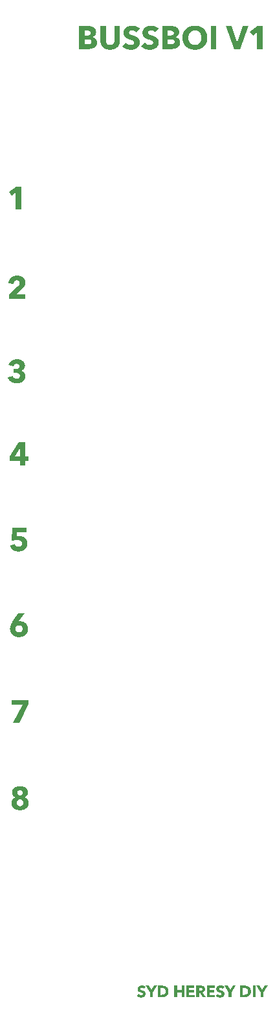
<source format=gbr>
%TF.GenerationSoftware,KiCad,Pcbnew,(7.0.0-0)*%
%TF.CreationDate,2023-04-01T00:14:55-07:00*%
%TF.ProjectId,bussboipanel,62757373-626f-4697-9061-6e656c2e6b69,rev?*%
%TF.SameCoordinates,Original*%
%TF.FileFunction,Legend,Top*%
%TF.FilePolarity,Positive*%
%FSLAX46Y46*%
G04 Gerber Fmt 4.6, Leading zero omitted, Abs format (unit mm)*
G04 Created by KiCad (PCBNEW (7.0.0-0)) date 2023-04-01 00:14:55*
%MOMM*%
%LPD*%
G01*
G04 APERTURE LIST*
%ADD10C,0.300000*%
G04 APERTURE END LIST*
D10*
G36*
X78175619Y-108258290D02*
G01*
X78163163Y-108279539D01*
X78191298Y-108269865D01*
X78222583Y-108261908D01*
X78253430Y-108256215D01*
X78264279Y-108254626D01*
X78293405Y-108251100D01*
X78324858Y-108248337D01*
X78354920Y-108246850D01*
X78374189Y-108246566D01*
X78410467Y-108247178D01*
X78446488Y-108249013D01*
X78482252Y-108252072D01*
X78517758Y-108256355D01*
X78553006Y-108261861D01*
X78587997Y-108268591D01*
X78622730Y-108276544D01*
X78657205Y-108285721D01*
X78691423Y-108296122D01*
X78725383Y-108307746D01*
X78747880Y-108316175D01*
X78781128Y-108329749D01*
X78813551Y-108344365D01*
X78845150Y-108360025D01*
X78875925Y-108376729D01*
X78905875Y-108394475D01*
X78935001Y-108413265D01*
X78963302Y-108433098D01*
X78990780Y-108453974D01*
X79017433Y-108475894D01*
X79043261Y-108498857D01*
X79060023Y-108514745D01*
X79084557Y-108539376D01*
X79108151Y-108564908D01*
X79130805Y-108591342D01*
X79152518Y-108618678D01*
X79173291Y-108646915D01*
X79193124Y-108676054D01*
X79212017Y-108706094D01*
X79229970Y-108737036D01*
X79246982Y-108768880D01*
X79263054Y-108801625D01*
X79273247Y-108823956D01*
X79287651Y-108857970D01*
X79300638Y-108892693D01*
X79312209Y-108928123D01*
X79322362Y-108964262D01*
X79331099Y-109001110D01*
X79338419Y-109038666D01*
X79344323Y-109076930D01*
X79348809Y-109115903D01*
X79351879Y-109155584D01*
X79353532Y-109195973D01*
X79353847Y-109223293D01*
X79353483Y-109254786D01*
X79352393Y-109285884D01*
X79350575Y-109316587D01*
X79348031Y-109346895D01*
X79344759Y-109376809D01*
X79340761Y-109406327D01*
X79336035Y-109435450D01*
X79327584Y-109478394D01*
X79317497Y-109520449D01*
X79305774Y-109561616D01*
X79292415Y-109601894D01*
X79277420Y-109641283D01*
X79260790Y-109679783D01*
X79242881Y-109717285D01*
X79223773Y-109753680D01*
X79203468Y-109788967D01*
X79181965Y-109823146D01*
X79159264Y-109856218D01*
X79135365Y-109888182D01*
X79110268Y-109919038D01*
X79083974Y-109948786D01*
X79056481Y-109977427D01*
X79027791Y-110004960D01*
X79007999Y-110022700D01*
X78977428Y-110048230D01*
X78945892Y-110072614D01*
X78913389Y-110095852D01*
X78879920Y-110117943D01*
X78845486Y-110138888D01*
X78810085Y-110158687D01*
X78773718Y-110177340D01*
X78736386Y-110194846D01*
X78698087Y-110211205D01*
X78658822Y-110226419D01*
X78632109Y-110235924D01*
X78591498Y-110249150D01*
X78550450Y-110261075D01*
X78508963Y-110271698D01*
X78467039Y-110281021D01*
X78424677Y-110289043D01*
X78381877Y-110295765D01*
X78338638Y-110301185D01*
X78294962Y-110305304D01*
X78265602Y-110307328D01*
X78236046Y-110308773D01*
X78206296Y-110309641D01*
X78176352Y-110309930D01*
X78145884Y-110309638D01*
X78115661Y-110308762D01*
X78085685Y-110307302D01*
X78055955Y-110305259D01*
X78026472Y-110302631D01*
X77997234Y-110299420D01*
X77953839Y-110293508D01*
X77910998Y-110286282D01*
X77868711Y-110277743D01*
X77826978Y-110267889D01*
X77785798Y-110256722D01*
X77745173Y-110244242D01*
X77718397Y-110235191D01*
X77678881Y-110220729D01*
X77640292Y-110205095D01*
X77602631Y-110188289D01*
X77565897Y-110170311D01*
X77530091Y-110151160D01*
X77495212Y-110130838D01*
X77461260Y-110109343D01*
X77428236Y-110086677D01*
X77396139Y-110062838D01*
X77364970Y-110037827D01*
X77344705Y-110020502D01*
X77315210Y-109993602D01*
X77286900Y-109965659D01*
X77259774Y-109936673D01*
X77233834Y-109906643D01*
X77209079Y-109875570D01*
X77185508Y-109843454D01*
X77163123Y-109810294D01*
X77141922Y-109776091D01*
X77121907Y-109740845D01*
X77103076Y-109704556D01*
X77091181Y-109679783D01*
X77074682Y-109641865D01*
X77059805Y-109603121D01*
X77046552Y-109563554D01*
X77034921Y-109523162D01*
X77024913Y-109481947D01*
X77016529Y-109439906D01*
X77009767Y-109397042D01*
X77004627Y-109353353D01*
X77002103Y-109323769D01*
X77000300Y-109293818D01*
X76999218Y-109263502D01*
X76998857Y-109232819D01*
X76998873Y-109231353D01*
X77707406Y-109231353D01*
X77708520Y-109267009D01*
X77711862Y-109301712D01*
X77717433Y-109335462D01*
X77725232Y-109368259D01*
X77735259Y-109400103D01*
X77747514Y-109430993D01*
X77761998Y-109460931D01*
X77778709Y-109489915D01*
X77797649Y-109517946D01*
X77818818Y-109545024D01*
X77834168Y-109562547D01*
X77858708Y-109587165D01*
X77884795Y-109609361D01*
X77912427Y-109629136D01*
X77941604Y-109646490D01*
X77972327Y-109661422D01*
X78004596Y-109673933D01*
X78038410Y-109684022D01*
X78073770Y-109691690D01*
X78110675Y-109696936D01*
X78149126Y-109699762D01*
X78175619Y-109700300D01*
X78214590Y-109699160D01*
X78252092Y-109695740D01*
X78288126Y-109690041D01*
X78322692Y-109682062D01*
X78355789Y-109671803D01*
X78387418Y-109659264D01*
X78417578Y-109644446D01*
X78446271Y-109627347D01*
X78473495Y-109607969D01*
X78499251Y-109586312D01*
X78515605Y-109570607D01*
X78538652Y-109545549D01*
X78559432Y-109519009D01*
X78577944Y-109490989D01*
X78594190Y-109461487D01*
X78608169Y-109430505D01*
X78619882Y-109398040D01*
X78629327Y-109364095D01*
X78636505Y-109328669D01*
X78641417Y-109291761D01*
X78644062Y-109253372D01*
X78644565Y-109226957D01*
X78643451Y-109189918D01*
X78640109Y-109154091D01*
X78634538Y-109119473D01*
X78626740Y-109086067D01*
X78616712Y-109053871D01*
X78604457Y-109022886D01*
X78589974Y-108993112D01*
X78573262Y-108964549D01*
X78554322Y-108937196D01*
X78533154Y-108911054D01*
X78517803Y-108894298D01*
X78493295Y-108870728D01*
X78467305Y-108849476D01*
X78439834Y-108830542D01*
X78410882Y-108813927D01*
X78380449Y-108799630D01*
X78348535Y-108787652D01*
X78315139Y-108777992D01*
X78280262Y-108770650D01*
X78243904Y-108765627D01*
X78206065Y-108762922D01*
X78180016Y-108762407D01*
X78141150Y-108763547D01*
X78103689Y-108766967D01*
X78067631Y-108772666D01*
X78032978Y-108780645D01*
X77999728Y-108790904D01*
X77967882Y-108803443D01*
X77937440Y-108818261D01*
X77908402Y-108835359D01*
X77880768Y-108854737D01*
X77854538Y-108876395D01*
X77837831Y-108892100D01*
X77814523Y-108917119D01*
X77793507Y-108943543D01*
X77774784Y-108971370D01*
X77758353Y-109000601D01*
X77744215Y-109031236D01*
X77732370Y-109063275D01*
X77722817Y-109096718D01*
X77715557Y-109131565D01*
X77710590Y-109167816D01*
X77707915Y-109205470D01*
X77707406Y-109231353D01*
X76998873Y-109231353D01*
X76999218Y-109199488D01*
X77000300Y-109166541D01*
X77002103Y-109133978D01*
X77004627Y-109101798D01*
X77007873Y-109070001D01*
X77011840Y-109038588D01*
X77016529Y-109007559D01*
X77021938Y-108976913D01*
X77028069Y-108946651D01*
X77034921Y-108916772D01*
X77042495Y-108887277D01*
X77050789Y-108858166D01*
X77059805Y-108829437D01*
X77069543Y-108801093D01*
X77080001Y-108773132D01*
X77091181Y-108745554D01*
X77103028Y-108718143D01*
X77115304Y-108690680D01*
X77128009Y-108663165D01*
X77141144Y-108635599D01*
X77154708Y-108607982D01*
X77168701Y-108580313D01*
X77183124Y-108552592D01*
X77197976Y-108524820D01*
X77213258Y-108496996D01*
X77228968Y-108469121D01*
X77245108Y-108441194D01*
X77261678Y-108413216D01*
X77278676Y-108385186D01*
X77296105Y-108357105D01*
X77313962Y-108328972D01*
X77332249Y-108300788D01*
X78053986Y-107214884D01*
X78910546Y-107214884D01*
X78175619Y-108258290D01*
G37*
G36*
X78346324Y-129774441D02*
G01*
X78384565Y-129775793D01*
X78422470Y-129778047D01*
X78460041Y-129781203D01*
X78497277Y-129785260D01*
X78534179Y-129790219D01*
X78570745Y-129796079D01*
X78606976Y-129802841D01*
X78642873Y-129810505D01*
X78678435Y-129819070D01*
X78701956Y-129825281D01*
X78736741Y-129835355D01*
X78770753Y-129846344D01*
X78803992Y-129858247D01*
X78836458Y-129871065D01*
X78868151Y-129884797D01*
X78899072Y-129899444D01*
X78929219Y-129915005D01*
X78958594Y-129931481D01*
X78987197Y-129948871D01*
X79015026Y-129967175D01*
X79033150Y-129979886D01*
X79059575Y-129999578D01*
X79084996Y-130020184D01*
X79109412Y-130041704D01*
X79132824Y-130064139D01*
X79155230Y-130087488D01*
X79176633Y-130111752D01*
X79197030Y-130136930D01*
X79216423Y-130163023D01*
X79234812Y-130190030D01*
X79252195Y-130217952D01*
X79263226Y-130237074D01*
X79278678Y-130266350D01*
X79292610Y-130296477D01*
X79305022Y-130327453D01*
X79315914Y-130359280D01*
X79325286Y-130391956D01*
X79333139Y-130425483D01*
X79339472Y-130459859D01*
X79344284Y-130495086D01*
X79347577Y-130531163D01*
X79349351Y-130568090D01*
X79349688Y-130593180D01*
X79349193Y-130623194D01*
X79347708Y-130652600D01*
X79343623Y-130695572D01*
X79337309Y-130737179D01*
X79328768Y-130777420D01*
X79317998Y-130816296D01*
X79305000Y-130853807D01*
X79289773Y-130889953D01*
X79272319Y-130924733D01*
X79252636Y-130958148D01*
X79230725Y-130990198D01*
X79222926Y-131000577D01*
X79198495Y-131030489D01*
X79172737Y-131058675D01*
X79145653Y-131085135D01*
X79117242Y-131109868D01*
X79087504Y-131132876D01*
X79056439Y-131154158D01*
X79024048Y-131173715D01*
X78990331Y-131191545D01*
X78955286Y-131207649D01*
X78918915Y-131222027D01*
X78893931Y-131230654D01*
X78893931Y-131243110D01*
X78922233Y-131252224D01*
X78949985Y-131262345D01*
X78977187Y-131273473D01*
X79010418Y-131288800D01*
X79042790Y-131305702D01*
X79074303Y-131324177D01*
X79104957Y-131344227D01*
X79128919Y-131361297D01*
X79157746Y-131383762D01*
X79185320Y-131407479D01*
X79211641Y-131432449D01*
X79236711Y-131458670D01*
X79260528Y-131486144D01*
X79274217Y-131503229D01*
X79295924Y-131532724D01*
X79312233Y-131557248D01*
X79327603Y-131582596D01*
X79342034Y-131608768D01*
X79355527Y-131635764D01*
X79368080Y-131663585D01*
X79379695Y-131692230D01*
X79387790Y-131714255D01*
X79397751Y-131743988D01*
X79406383Y-131774201D01*
X79413688Y-131804896D01*
X79419664Y-131836071D01*
X79424312Y-131867727D01*
X79427632Y-131899864D01*
X79429624Y-131932482D01*
X79430288Y-131965581D01*
X79429925Y-131995471D01*
X79428834Y-132024875D01*
X79425836Y-132068068D01*
X79421201Y-132110166D01*
X79414930Y-132151169D01*
X79407024Y-132191078D01*
X79397482Y-132229892D01*
X79386305Y-132267611D01*
X79373491Y-132304235D01*
X79359042Y-132339765D01*
X79342957Y-132374199D01*
X79337232Y-132385434D01*
X79319374Y-132418298D01*
X79300421Y-132450118D01*
X79280373Y-132480894D01*
X79259231Y-132510628D01*
X79236993Y-132539318D01*
X79213661Y-132566965D01*
X79189234Y-132593569D01*
X79163713Y-132619129D01*
X79137096Y-132643646D01*
X79109385Y-132667120D01*
X79090302Y-132682189D01*
X79061000Y-132703781D01*
X79030797Y-132724316D01*
X78999692Y-132743794D01*
X78967685Y-132762217D01*
X78934776Y-132779584D01*
X78900966Y-132795894D01*
X78866255Y-132811148D01*
X78830642Y-132825346D01*
X78794127Y-132838488D01*
X78756711Y-132850574D01*
X78731265Y-132858044D01*
X78692799Y-132868389D01*
X78654063Y-132877716D01*
X78615056Y-132886026D01*
X78575778Y-132893318D01*
X78536230Y-132899593D01*
X78496412Y-132904850D01*
X78456323Y-132909090D01*
X78415963Y-132912312D01*
X78375333Y-132914517D01*
X78334433Y-132915704D01*
X78307016Y-132915930D01*
X78265293Y-132915421D01*
X78223931Y-132913895D01*
X78182930Y-132911351D01*
X78142289Y-132907790D01*
X78102009Y-132903211D01*
X78062090Y-132897614D01*
X78022531Y-132891001D01*
X77983333Y-132883369D01*
X77944495Y-132874720D01*
X77906018Y-132865054D01*
X77880568Y-132858044D01*
X77843067Y-132846682D01*
X77806405Y-132834302D01*
X77770579Y-132820905D01*
X77735590Y-132806490D01*
X77701439Y-132791057D01*
X77668125Y-132774608D01*
X77635648Y-132757140D01*
X77604008Y-132738655D01*
X77573206Y-132719153D01*
X77543241Y-132698633D01*
X77523729Y-132684388D01*
X77495412Y-132662002D01*
X77468164Y-132638535D01*
X77441986Y-132613985D01*
X77416876Y-132588354D01*
X77392836Y-132561641D01*
X77369864Y-132533846D01*
X77347962Y-132504969D01*
X77327129Y-132475010D01*
X77307364Y-132443970D01*
X77288669Y-132411847D01*
X77276799Y-132389831D01*
X77260300Y-132355761D01*
X77245424Y-132320596D01*
X77232170Y-132284337D01*
X77220539Y-132246983D01*
X77210532Y-132208534D01*
X77202147Y-132168990D01*
X77195385Y-132128352D01*
X77190246Y-132086618D01*
X77186729Y-132043790D01*
X77184836Y-131999867D01*
X77184475Y-131969977D01*
X77184686Y-131958986D01*
X77889360Y-131958986D01*
X77890378Y-131996177D01*
X77893430Y-132031913D01*
X77898518Y-132066193D01*
X77905641Y-132099018D01*
X77914798Y-132130387D01*
X77925991Y-132160301D01*
X77939219Y-132188759D01*
X77954482Y-132215762D01*
X77971779Y-132241309D01*
X77991112Y-132265401D01*
X78005131Y-132280654D01*
X78027581Y-132301998D01*
X78051242Y-132321243D01*
X78076113Y-132338389D01*
X78102195Y-132353435D01*
X78129488Y-132366381D01*
X78157991Y-132377228D01*
X78187705Y-132385976D01*
X78218630Y-132392624D01*
X78250766Y-132397173D01*
X78284112Y-132399622D01*
X78307016Y-132400089D01*
X78341274Y-132399039D01*
X78374258Y-132395890D01*
X78405966Y-132390641D01*
X78436399Y-132383293D01*
X78465558Y-132373846D01*
X78493441Y-132362299D01*
X78520049Y-132348653D01*
X78545381Y-132332907D01*
X78569439Y-132315062D01*
X78592222Y-132295117D01*
X78606702Y-132280654D01*
X78627129Y-132257532D01*
X78645548Y-132232955D01*
X78661957Y-132206923D01*
X78676357Y-132179435D01*
X78688747Y-132150491D01*
X78699128Y-132120092D01*
X78707500Y-132088238D01*
X78713863Y-132054928D01*
X78718217Y-132020163D01*
X78720561Y-131983942D01*
X78721007Y-131958986D01*
X78719983Y-131923545D01*
X78716911Y-131889211D01*
X78711792Y-131855985D01*
X78704624Y-131823867D01*
X78695408Y-131792856D01*
X78684145Y-131762953D01*
X78670833Y-131734157D01*
X78655474Y-131706470D01*
X78638066Y-131679890D01*
X78618611Y-131654417D01*
X78604503Y-131638051D01*
X78582217Y-131615005D01*
X78558771Y-131594225D01*
X78534166Y-131575712D01*
X78508401Y-131559466D01*
X78481478Y-131545487D01*
X78453395Y-131533775D01*
X78424153Y-131524329D01*
X78393752Y-131517151D01*
X78362192Y-131512239D01*
X78329473Y-131509595D01*
X78307016Y-131509091D01*
X78272862Y-131510205D01*
X78239919Y-131513547D01*
X78208187Y-131519118D01*
X78177666Y-131526917D01*
X78148356Y-131536944D01*
X78120256Y-131549199D01*
X78093367Y-131563683D01*
X78067688Y-131580395D01*
X78043220Y-131599335D01*
X78019963Y-131620503D01*
X78005131Y-131635853D01*
X77984442Y-131660233D01*
X77965787Y-131685836D01*
X77949168Y-131712663D01*
X77934583Y-131740713D01*
X77922034Y-131769987D01*
X77911520Y-131800485D01*
X77903040Y-131832206D01*
X77896596Y-131865151D01*
X77892187Y-131899320D01*
X77889813Y-131934712D01*
X77889360Y-131958986D01*
X77184686Y-131958986D01*
X77185128Y-131936020D01*
X77187086Y-131902658D01*
X77190349Y-131869891D01*
X77194917Y-131837720D01*
X77200790Y-131806144D01*
X77207969Y-131775163D01*
X77216452Y-131744778D01*
X77226241Y-131714988D01*
X77237358Y-131685724D01*
X77249459Y-131657285D01*
X77262545Y-131629671D01*
X77276616Y-131602880D01*
X77291671Y-131576914D01*
X77307711Y-131551772D01*
X77324736Y-131527455D01*
X77342745Y-131503962D01*
X77361601Y-131481282D01*
X77381167Y-131459403D01*
X77406623Y-131433181D01*
X77433188Y-131408212D01*
X77460862Y-131384495D01*
X77489645Y-131362030D01*
X77513471Y-131344960D01*
X77538028Y-131328794D01*
X77569273Y-131310003D01*
X77601126Y-131292787D01*
X77633587Y-131277145D01*
X77666657Y-131263077D01*
X77700334Y-131250584D01*
X77720833Y-131243843D01*
X77720833Y-131235050D01*
X77684979Y-131221220D01*
X77650233Y-131205830D01*
X77616595Y-131188882D01*
X77584064Y-131170376D01*
X77552642Y-131150311D01*
X77522326Y-131128687D01*
X77493119Y-131105506D01*
X77465019Y-131080765D01*
X77438027Y-131054467D01*
X77412142Y-131026609D01*
X77395501Y-131007172D01*
X77372193Y-130976625D01*
X77351177Y-130944609D01*
X77332454Y-130911126D01*
X77316023Y-130876174D01*
X77301885Y-130839753D01*
X77290040Y-130801865D01*
X77280487Y-130762508D01*
X77273227Y-130721683D01*
X77268260Y-130679389D01*
X77265585Y-130635627D01*
X77265573Y-130634946D01*
X77953108Y-130634946D01*
X77954585Y-130670621D01*
X77959015Y-130705105D01*
X77966400Y-130738398D01*
X77976738Y-130770501D01*
X77990030Y-130801413D01*
X78006276Y-130831134D01*
X78025476Y-130859664D01*
X78047630Y-130887004D01*
X78072531Y-130911906D01*
X78099608Y-130933487D01*
X78128860Y-130951748D01*
X78160287Y-130966689D01*
X78193889Y-130978309D01*
X78229667Y-130986610D01*
X78267620Y-130991590D01*
X78297512Y-130993146D01*
X78307748Y-130993250D01*
X78345907Y-130991590D01*
X78382349Y-130986610D01*
X78417074Y-130978309D01*
X78450081Y-130966689D01*
X78481371Y-130951748D01*
X78510943Y-130933487D01*
X78538798Y-130911906D01*
X78564936Y-130887004D01*
X78588635Y-130859664D01*
X78609175Y-130831134D01*
X78626554Y-130801413D01*
X78640773Y-130770501D01*
X78651833Y-130738398D01*
X78659733Y-130705105D01*
X78664473Y-130670621D01*
X78666053Y-130634946D01*
X78664404Y-130598550D01*
X78659458Y-130563734D01*
X78651215Y-130530498D01*
X78639674Y-130498841D01*
X78624837Y-130468765D01*
X78606702Y-130440269D01*
X78585269Y-130413353D01*
X78560540Y-130388016D01*
X78533509Y-130365004D01*
X78505173Y-130345060D01*
X78475532Y-130328184D01*
X78444585Y-130314377D01*
X78412334Y-130303638D01*
X78378777Y-130295967D01*
X78343915Y-130291365D01*
X78307748Y-130289831D01*
X78278214Y-130290694D01*
X78240559Y-130294529D01*
X78204873Y-130301433D01*
X78171156Y-130311405D01*
X78139408Y-130324445D01*
X78109630Y-130340554D01*
X78081820Y-130359730D01*
X78055980Y-130381976D01*
X78049828Y-130388016D01*
X78027159Y-130413353D01*
X78007513Y-130440269D01*
X77990889Y-130468765D01*
X77977288Y-130498841D01*
X77966709Y-130530498D01*
X77959153Y-130563734D01*
X77954619Y-130598550D01*
X77953108Y-130634946D01*
X77265573Y-130634946D01*
X77265076Y-130605637D01*
X77265816Y-130568124D01*
X77268038Y-130531422D01*
X77271741Y-130495532D01*
X77276925Y-130460453D01*
X77283591Y-130426186D01*
X77291737Y-130392730D01*
X77301365Y-130360086D01*
X77312474Y-130328253D01*
X77325064Y-130297232D01*
X77339136Y-130267022D01*
X77349339Y-130247332D01*
X77365660Y-130218520D01*
X77383025Y-130190609D01*
X77401433Y-130163600D01*
X77420883Y-130137492D01*
X77441378Y-130112286D01*
X77462915Y-130087981D01*
X77485496Y-130064578D01*
X77509120Y-130042077D01*
X77533787Y-130020477D01*
X77559498Y-129999779D01*
X77577218Y-129986481D01*
X77604551Y-129967155D01*
X77632696Y-129948743D01*
X77661653Y-129931245D01*
X77691421Y-129914662D01*
X77722000Y-129898994D01*
X77753391Y-129884240D01*
X77785593Y-129870400D01*
X77818606Y-129857475D01*
X77852431Y-129845464D01*
X77887068Y-129834368D01*
X77910609Y-129827479D01*
X77946347Y-129817920D01*
X77982394Y-129809301D01*
X78018750Y-129801622D01*
X78055415Y-129794884D01*
X78092389Y-129789086D01*
X78129672Y-129784228D01*
X78167265Y-129780310D01*
X78205166Y-129777333D01*
X78243377Y-129775296D01*
X78281897Y-129774199D01*
X78307748Y-129773990D01*
X78346324Y-129774441D01*
G37*
G36*
X79023643Y-76218443D02*
G01*
X79023254Y-76248685D01*
X79022086Y-76278412D01*
X79018874Y-76322036D01*
X79013911Y-76364502D01*
X79007197Y-76405808D01*
X78998730Y-76445955D01*
X78988512Y-76484943D01*
X78976542Y-76522771D01*
X78962821Y-76559441D01*
X78947348Y-76594951D01*
X78930123Y-76629302D01*
X78923992Y-76640494D01*
X78904904Y-76673332D01*
X78884734Y-76705075D01*
X78863482Y-76735723D01*
X78841148Y-76765276D01*
X78817732Y-76793734D01*
X78793234Y-76821098D01*
X78767654Y-76847366D01*
X78740993Y-76872540D01*
X78713249Y-76896619D01*
X78684424Y-76919604D01*
X78664606Y-76934318D01*
X78634164Y-76955373D01*
X78603014Y-76975397D01*
X78571155Y-76994391D01*
X78538588Y-77012354D01*
X78505313Y-77029287D01*
X78471329Y-77045189D01*
X78436637Y-77060062D01*
X78401236Y-77073903D01*
X78365127Y-77086715D01*
X78328309Y-77098495D01*
X78303371Y-77105777D01*
X78265806Y-77115991D01*
X78228126Y-77125200D01*
X78190330Y-77133405D01*
X78152417Y-77140604D01*
X78114389Y-77146800D01*
X78076245Y-77151990D01*
X78037985Y-77156176D01*
X77999609Y-77159358D01*
X77961117Y-77161534D01*
X77922509Y-77162707D01*
X77896706Y-77162930D01*
X77858878Y-77162511D01*
X77821230Y-77161255D01*
X77783762Y-77159162D01*
X77746474Y-77156232D01*
X77709367Y-77152465D01*
X77672440Y-77147860D01*
X77635693Y-77142418D01*
X77599127Y-77136139D01*
X77562741Y-77129023D01*
X77526535Y-77121070D01*
X77502498Y-77115302D01*
X77466799Y-77105941D01*
X77431693Y-77095716D01*
X77397179Y-77084629D01*
X77363257Y-77072678D01*
X77329928Y-77059865D01*
X77297191Y-77046188D01*
X77265047Y-77031649D01*
X77233496Y-77016247D01*
X77202536Y-76999981D01*
X77172170Y-76982853D01*
X77152254Y-76970955D01*
X77122927Y-76952193D01*
X77094294Y-76932452D01*
X77066358Y-76911733D01*
X77039116Y-76890034D01*
X77012571Y-76867357D01*
X76986721Y-76843701D01*
X76961566Y-76819065D01*
X76937107Y-76793451D01*
X76913343Y-76766858D01*
X76890275Y-76739287D01*
X76875283Y-76720362D01*
X76853679Y-76691008D01*
X76833105Y-76660650D01*
X76813562Y-76629287D01*
X76795049Y-76596920D01*
X76777567Y-76563548D01*
X76761115Y-76529171D01*
X76745693Y-76493790D01*
X76731302Y-76457404D01*
X76717941Y-76420013D01*
X76705610Y-76381618D01*
X76697963Y-76355463D01*
X77356686Y-76181806D01*
X77368524Y-76218248D01*
X77383155Y-76253568D01*
X77400581Y-76287766D01*
X77420799Y-76320841D01*
X77437797Y-76344912D01*
X77456365Y-76368351D01*
X77476505Y-76391160D01*
X77498217Y-76413337D01*
X77521499Y-76434883D01*
X77529609Y-76441925D01*
X77554826Y-76461829D01*
X77581293Y-76479775D01*
X77609008Y-76495763D01*
X77637973Y-76509794D01*
X77668187Y-76521867D01*
X77699651Y-76531982D01*
X77732364Y-76540139D01*
X77766327Y-76546339D01*
X77801538Y-76550580D01*
X77837999Y-76552865D01*
X77863001Y-76553300D01*
X77896410Y-76552318D01*
X77929960Y-76549373D01*
X77963649Y-76544464D01*
X77992638Y-76538694D01*
X78016874Y-76532783D01*
X78045656Y-76524317D01*
X78077673Y-76512486D01*
X78108007Y-76498551D01*
X78136658Y-76482513D01*
X78156092Y-76469769D01*
X78181968Y-76449593D01*
X78205740Y-76426892D01*
X78227409Y-76401668D01*
X78246974Y-76373919D01*
X78257209Y-76356928D01*
X78270905Y-76329417D01*
X78281767Y-76299638D01*
X78289795Y-76267593D01*
X78294990Y-76233280D01*
X78297155Y-76202955D01*
X78297509Y-76184004D01*
X78296221Y-76150341D01*
X78292357Y-76118502D01*
X78285917Y-76088489D01*
X78276901Y-76060299D01*
X78262681Y-76028881D01*
X78244753Y-76000090D01*
X78223784Y-75973419D01*
X78200445Y-75948913D01*
X78174737Y-75926571D01*
X78146658Y-75906392D01*
X78121449Y-75891229D01*
X78105534Y-75882853D01*
X78077942Y-75869952D01*
X78049206Y-75858267D01*
X78019324Y-75847798D01*
X77988298Y-75838546D01*
X77956126Y-75830510D01*
X77922810Y-75823691D01*
X77909163Y-75821304D01*
X77875027Y-75816027D01*
X77840856Y-75811644D01*
X77806649Y-75808155D01*
X77772406Y-75805562D01*
X77738127Y-75803862D01*
X77703813Y-75803057D01*
X77690077Y-75802986D01*
X77500300Y-75802986D01*
X77500300Y-75287145D01*
X77706930Y-75287145D01*
X77738332Y-75286805D01*
X77769340Y-75285785D01*
X77799956Y-75284086D01*
X77830177Y-75281706D01*
X77860005Y-75278647D01*
X77889439Y-75274909D01*
X77901103Y-75273223D01*
X77935303Y-75266903D01*
X77968113Y-75258935D01*
X77999532Y-75249318D01*
X78029559Y-75238052D01*
X78058196Y-75225138D01*
X78067432Y-75220466D01*
X78094128Y-75205002D01*
X78118712Y-75187734D01*
X78141183Y-75168663D01*
X78164730Y-75144135D01*
X78185401Y-75117152D01*
X78200591Y-75091280D01*
X78212638Y-75062575D01*
X78221543Y-75031036D01*
X78227304Y-74996664D01*
X78229705Y-74965855D01*
X78230098Y-74946426D01*
X78228312Y-74909103D01*
X78222954Y-74874069D01*
X78214024Y-74841325D01*
X78201522Y-74810871D01*
X78185447Y-74782707D01*
X78165801Y-74756832D01*
X78142583Y-74733248D01*
X78115792Y-74711953D01*
X78086872Y-74692890D01*
X78056899Y-74676370D01*
X78025873Y-74662391D01*
X77993793Y-74650953D01*
X77960660Y-74642057D01*
X77926474Y-74635703D01*
X77891234Y-74631891D01*
X77854941Y-74630620D01*
X77817469Y-74632040D01*
X77781256Y-74636299D01*
X77746302Y-74643397D01*
X77712608Y-74653334D01*
X77680174Y-74666111D01*
X77648998Y-74681728D01*
X77619082Y-74700183D01*
X77590426Y-74721478D01*
X77563796Y-74744983D01*
X77539593Y-74770434D01*
X77517817Y-74797831D01*
X77498468Y-74827174D01*
X77481547Y-74858464D01*
X77467053Y-74891700D01*
X77454986Y-74926883D01*
X77445346Y-74964011D01*
X76786623Y-74811604D01*
X76797410Y-74776381D01*
X76809163Y-74741880D01*
X76821882Y-74708100D01*
X76835567Y-74675042D01*
X76850218Y-74642704D01*
X76865835Y-74611088D01*
X76882418Y-74580193D01*
X76899967Y-74550020D01*
X76918482Y-74520568D01*
X76937963Y-74491837D01*
X76951487Y-74473083D01*
X76972442Y-74445494D01*
X76994094Y-74418781D01*
X77016440Y-74392944D01*
X77039483Y-74367983D01*
X77063221Y-74343897D01*
X77087654Y-74320687D01*
X77112783Y-74298353D01*
X77138607Y-74276895D01*
X77165127Y-74256313D01*
X77192343Y-74236607D01*
X77210873Y-74223956D01*
X77239269Y-74205565D01*
X77268128Y-74188038D01*
X77297452Y-74171373D01*
X77327239Y-74155571D01*
X77357490Y-74140633D01*
X77388204Y-74126557D01*
X77419382Y-74113344D01*
X77451024Y-74100995D01*
X77483130Y-74089508D01*
X77515699Y-74078884D01*
X77537669Y-74072281D01*
X77570994Y-74063115D01*
X77604474Y-74054850D01*
X77638108Y-74047487D01*
X77671896Y-74041025D01*
X77705839Y-74035465D01*
X77739937Y-74030807D01*
X77774189Y-74027051D01*
X77808596Y-74024195D01*
X77843157Y-74022242D01*
X77877873Y-74021190D01*
X77901103Y-74020990D01*
X77938238Y-74021434D01*
X77975180Y-74022767D01*
X78011929Y-74024989D01*
X78048484Y-74028100D01*
X78084847Y-74032099D01*
X78121016Y-74036987D01*
X78156992Y-74042763D01*
X78192775Y-74049429D01*
X78228364Y-74056983D01*
X78263761Y-74065426D01*
X78287251Y-74071548D01*
X78322068Y-74081517D01*
X78356176Y-74092465D01*
X78389576Y-74104392D01*
X78422267Y-74117298D01*
X78454251Y-74131182D01*
X78485525Y-74146046D01*
X78516092Y-74161888D01*
X78545950Y-74178710D01*
X78575099Y-74196510D01*
X78603540Y-74215289D01*
X78622108Y-74228352D01*
X78649357Y-74248606D01*
X78675603Y-74269800D01*
X78700843Y-74291934D01*
X78725079Y-74315009D01*
X78748310Y-74339023D01*
X78770537Y-74363978D01*
X78791759Y-74389874D01*
X78811976Y-74416709D01*
X78831189Y-74444485D01*
X78849397Y-74473201D01*
X78860977Y-74492867D01*
X78877215Y-74523045D01*
X78891855Y-74554227D01*
X78904898Y-74586414D01*
X78916344Y-74619606D01*
X78926193Y-74653802D01*
X78934445Y-74689003D01*
X78941099Y-74725209D01*
X78946157Y-74762419D01*
X78949617Y-74800634D01*
X78951481Y-74839854D01*
X78951836Y-74866559D01*
X78951283Y-74897485D01*
X78949626Y-74927799D01*
X78946864Y-74957500D01*
X78942997Y-74986589D01*
X78935125Y-75029073D01*
X78924768Y-75070180D01*
X78911924Y-75109908D01*
X78896595Y-75148258D01*
X78878780Y-75185230D01*
X78858478Y-75220824D01*
X78835692Y-75255040D01*
X78810419Y-75287877D01*
X78783221Y-75318910D01*
X78754657Y-75347984D01*
X78724728Y-75375101D01*
X78693434Y-75400260D01*
X78660775Y-75423461D01*
X78626750Y-75444704D01*
X78591360Y-75463990D01*
X78554605Y-75481318D01*
X78516485Y-75496688D01*
X78476999Y-75510100D01*
X78449916Y-75517954D01*
X78449916Y-75530411D01*
X78481275Y-75538299D01*
X78511969Y-75547309D01*
X78542000Y-75557441D01*
X78571366Y-75568696D01*
X78600069Y-75581072D01*
X78628107Y-75594570D01*
X78655481Y-75609190D01*
X78682191Y-75624933D01*
X78708100Y-75641625D01*
X78733070Y-75659096D01*
X78757101Y-75677346D01*
X78780194Y-75696374D01*
X78802347Y-75716180D01*
X78823562Y-75736765D01*
X78843838Y-75758129D01*
X78863175Y-75780271D01*
X78881688Y-75803134D01*
X78903316Y-75832647D01*
X78923262Y-75863198D01*
X78941527Y-75894786D01*
X78958110Y-75927412D01*
X78970165Y-75954260D01*
X78981145Y-75981771D01*
X78991105Y-76009672D01*
X78999738Y-76038054D01*
X79007042Y-76066917D01*
X79013018Y-76096260D01*
X79017667Y-76126085D01*
X79020987Y-76156390D01*
X79022979Y-76187176D01*
X79023643Y-76218443D01*
G37*
G36*
X78235941Y-121519141D02*
G01*
X77412354Y-121519141D01*
X78623554Y-119127515D01*
X77210121Y-119127515D01*
X77210121Y-118517884D01*
X79379730Y-118517884D01*
X79379730Y-119085749D01*
X78235941Y-121519141D01*
G37*
G36*
X79273247Y-98066344D02*
G01*
X79272866Y-98100402D01*
X79271724Y-98133881D01*
X79269820Y-98166782D01*
X79267156Y-98199106D01*
X79263730Y-98230850D01*
X79259542Y-98262017D01*
X79254593Y-98292606D01*
X79248883Y-98322616D01*
X79242412Y-98352048D01*
X79235179Y-98380902D01*
X79227185Y-98409178D01*
X79213766Y-98450508D01*
X79198634Y-98490537D01*
X79181789Y-98529265D01*
X79175794Y-98541885D01*
X79157079Y-98578786D01*
X79137205Y-98614477D01*
X79116172Y-98648956D01*
X79093980Y-98682226D01*
X79070629Y-98714284D01*
X79046118Y-98745131D01*
X79020448Y-98774768D01*
X78993619Y-98803194D01*
X78965631Y-98830410D01*
X78936483Y-98856415D01*
X78916408Y-98873078D01*
X78885646Y-98896960D01*
X78854086Y-98919695D01*
X78821727Y-98941284D01*
X78788570Y-98961727D01*
X78754614Y-98981023D01*
X78719859Y-98999174D01*
X78684306Y-99016177D01*
X78647954Y-99032035D01*
X78610804Y-99046746D01*
X78572855Y-99060311D01*
X78547113Y-99068717D01*
X78508260Y-99080371D01*
X78469189Y-99090879D01*
X78429898Y-99100241D01*
X78390389Y-99108456D01*
X78350660Y-99115525D01*
X78310713Y-99121448D01*
X78270547Y-99126224D01*
X78230162Y-99129854D01*
X78189558Y-99132338D01*
X78148734Y-99133675D01*
X78121397Y-99133930D01*
X78083509Y-99133460D01*
X78045955Y-99132049D01*
X78008736Y-99129699D01*
X77971852Y-99126408D01*
X77935303Y-99122177D01*
X77899089Y-99117005D01*
X77863209Y-99110894D01*
X77827665Y-99103842D01*
X77792455Y-99095850D01*
X77757580Y-99086918D01*
X77734517Y-99080441D01*
X77700460Y-99070012D01*
X77666983Y-99058785D01*
X77634085Y-99046759D01*
X77601767Y-99033935D01*
X77570028Y-99020312D01*
X77538870Y-99005891D01*
X77508290Y-98990671D01*
X77478291Y-98974653D01*
X77448871Y-98957836D01*
X77420030Y-98940220D01*
X77401125Y-98928033D01*
X77373465Y-98909093D01*
X77346540Y-98889367D01*
X77320348Y-98868856D01*
X77294891Y-98847559D01*
X77270168Y-98825476D01*
X77246179Y-98802608D01*
X77222924Y-98778954D01*
X77200403Y-98754514D01*
X77178617Y-98729288D01*
X77157564Y-98703277D01*
X77143937Y-98685500D01*
X77124368Y-98658145D01*
X77105778Y-98630210D01*
X77088167Y-98601696D01*
X77071535Y-98572602D01*
X77055881Y-98542929D01*
X77041207Y-98512676D01*
X77027511Y-98481844D01*
X77014794Y-98450431D01*
X77003056Y-98418440D01*
X76992297Y-98385868D01*
X76985668Y-98363832D01*
X77631935Y-98165263D01*
X77641311Y-98194049D01*
X77652130Y-98221883D01*
X77664392Y-98248764D01*
X77678097Y-98274691D01*
X77698613Y-98307778D01*
X77721694Y-98339171D01*
X77740688Y-98361604D01*
X77761124Y-98383083D01*
X77783003Y-98403610D01*
X77806324Y-98423183D01*
X77830929Y-98441254D01*
X77856384Y-98457547D01*
X77882690Y-98472063D01*
X77909845Y-98484801D01*
X77937850Y-98495762D01*
X77966706Y-98504945D01*
X77996411Y-98512351D01*
X78026967Y-98517980D01*
X78058373Y-98521831D01*
X78090628Y-98523905D01*
X78112605Y-98524300D01*
X78146245Y-98523334D01*
X78179022Y-98520436D01*
X78210937Y-98515606D01*
X78241988Y-98508844D01*
X78272177Y-98500150D01*
X78301503Y-98489524D01*
X78329965Y-98476966D01*
X78357565Y-98462476D01*
X78384302Y-98446054D01*
X78410175Y-98427700D01*
X78426945Y-98414390D01*
X78450777Y-98392855D01*
X78472266Y-98369465D01*
X78491409Y-98344220D01*
X78508209Y-98317121D01*
X78522665Y-98288166D01*
X78534776Y-98257357D01*
X78544544Y-98224694D01*
X78551967Y-98190175D01*
X78557046Y-98153802D01*
X78559781Y-98115574D01*
X78560302Y-98089059D01*
X78559443Y-98057105D01*
X78556867Y-98026456D01*
X78552574Y-97997113D01*
X78544792Y-97962269D01*
X78534327Y-97929464D01*
X78521179Y-97898699D01*
X78505347Y-97869973D01*
X78487405Y-97843143D01*
X78467924Y-97818067D01*
X78446904Y-97794743D01*
X78424346Y-97773173D01*
X78400250Y-97753355D01*
X78374615Y-97735291D01*
X78363930Y-97728556D01*
X78336339Y-97712839D01*
X78307602Y-97698661D01*
X78277720Y-97686020D01*
X78246694Y-97674918D01*
X78214523Y-97665355D01*
X78181206Y-97657330D01*
X78167559Y-97654551D01*
X78133230Y-97648429D01*
X78098937Y-97643345D01*
X78064680Y-97639299D01*
X78030459Y-97636290D01*
X77996273Y-97634319D01*
X77962123Y-97633385D01*
X77948473Y-97633302D01*
X77917993Y-97633617D01*
X77886727Y-97634564D01*
X77854675Y-97636142D01*
X77821837Y-97638351D01*
X77788214Y-97641191D01*
X77753805Y-97644662D01*
X77718611Y-97648764D01*
X77682630Y-97653498D01*
X77645864Y-97658862D01*
X77608313Y-97664858D01*
X77582842Y-97669205D01*
X77544897Y-97676143D01*
X77507726Y-97683494D01*
X77471327Y-97691256D01*
X77435701Y-97699430D01*
X77400848Y-97708017D01*
X77366767Y-97717016D01*
X77333459Y-97726427D01*
X77300925Y-97736250D01*
X77269162Y-97746485D01*
X77238173Y-97757133D01*
X77217943Y-97764460D01*
X77289750Y-96038884D01*
X79121572Y-96038884D01*
X79121572Y-96648515D01*
X77918431Y-96648515D01*
X77893519Y-97146037D01*
X77923712Y-97139476D01*
X77955308Y-97133896D01*
X77988307Y-97129298D01*
X78017708Y-97126138D01*
X78042995Y-97124055D01*
X78073504Y-97121814D01*
X78102930Y-97120037D01*
X78135894Y-97118549D01*
X78167385Y-97117693D01*
X78193205Y-97117461D01*
X78234882Y-97117982D01*
X78276109Y-97119547D01*
X78316885Y-97122156D01*
X78357210Y-97125807D01*
X78397084Y-97130502D01*
X78436508Y-97136240D01*
X78475481Y-97143021D01*
X78514002Y-97150846D01*
X78552074Y-97159714D01*
X78589694Y-97169625D01*
X78614524Y-97176812D01*
X78651292Y-97188344D01*
X78687132Y-97200958D01*
X78722046Y-97214653D01*
X78756032Y-97229431D01*
X78789090Y-97245290D01*
X78821222Y-97262232D01*
X78852426Y-97280255D01*
X78882702Y-97299361D01*
X78912051Y-97319548D01*
X78940473Y-97340817D01*
X78958906Y-97355598D01*
X78985705Y-97378631D01*
X79011422Y-97402670D01*
X79036057Y-97427713D01*
X79059610Y-97453760D01*
X79082082Y-97480813D01*
X79103471Y-97508870D01*
X79123779Y-97537931D01*
X79143004Y-97567997D01*
X79161148Y-97599068D01*
X79178209Y-97631144D01*
X79188983Y-97653085D01*
X79204042Y-97686848D01*
X79217619Y-97721641D01*
X79229716Y-97757465D01*
X79240331Y-97794319D01*
X79249465Y-97832203D01*
X79257118Y-97871118D01*
X79263290Y-97911063D01*
X79267980Y-97952039D01*
X79271189Y-97994045D01*
X79272917Y-98037081D01*
X79273247Y-98066344D01*
G37*
G36*
X78986750Y-86691775D02*
G01*
X79400009Y-86691775D01*
X79400009Y-87301405D01*
X78990413Y-87301405D01*
X78990413Y-87864141D01*
X78328027Y-87864141D01*
X78328027Y-87301405D01*
X76922653Y-87301405D01*
X76922653Y-86698369D01*
X76927020Y-86691775D01*
X77610686Y-86691775D01*
X78332423Y-86691775D01*
X78332423Y-85591949D01*
X78319967Y-85591949D01*
X77610686Y-86691775D01*
X76927020Y-86691775D01*
X78138250Y-84862884D01*
X78986750Y-84862884D01*
X78986750Y-86691775D01*
G37*
G36*
X94524528Y-156243840D02*
G01*
X94512450Y-156229386D01*
X94499478Y-156215699D01*
X94485614Y-156202779D01*
X94470856Y-156190626D01*
X94455206Y-156179240D01*
X94442882Y-156171204D01*
X94430055Y-156163599D01*
X94416727Y-156156426D01*
X94402896Y-156149685D01*
X94388927Y-156143465D01*
X94375049Y-156137857D01*
X94361261Y-156132860D01*
X94343017Y-156127150D01*
X94324934Y-156122528D01*
X94307010Y-156118993D01*
X94289248Y-156116546D01*
X94271645Y-156115186D01*
X94258548Y-156114880D01*
X94242788Y-156115178D01*
X94226922Y-156116072D01*
X94210951Y-156117562D01*
X94194875Y-156119649D01*
X94185642Y-156121108D01*
X94169946Y-156124394D01*
X94154917Y-156128802D01*
X94140554Y-156134332D01*
X94126857Y-156140984D01*
X94119330Y-156145288D01*
X94106802Y-156153651D01*
X94095187Y-156163030D01*
X94084483Y-156173426D01*
X94074690Y-156184839D01*
X94069504Y-156191817D01*
X94061795Y-156204912D01*
X94055980Y-156219516D01*
X94052058Y-156235627D01*
X94050203Y-156250636D01*
X94049720Y-156263990D01*
X94050474Y-156279904D01*
X94052736Y-156294625D01*
X94057166Y-156309989D01*
X94063566Y-156323797D01*
X94065474Y-156327005D01*
X94074267Y-156339255D01*
X94084891Y-156350727D01*
X94097348Y-156361420D01*
X94109750Y-156370138D01*
X94111636Y-156371335D01*
X94125643Y-156379369D01*
X94140738Y-156387123D01*
X94154541Y-156393546D01*
X94169142Y-156399763D01*
X94184542Y-156405773D01*
X94200840Y-156411720D01*
X94214972Y-156416734D01*
X94229605Y-156421802D01*
X94244739Y-156426923D01*
X94260374Y-156432099D01*
X94276510Y-156437328D01*
X94279797Y-156438380D01*
X94294071Y-156443103D01*
X94308455Y-156447928D01*
X94322948Y-156452857D01*
X94337551Y-156457889D01*
X94352263Y-156463024D01*
X94367085Y-156468261D01*
X94382016Y-156473602D01*
X94397057Y-156479046D01*
X94412207Y-156484593D01*
X94427466Y-156490243D01*
X94437700Y-156494067D01*
X94453024Y-156499946D01*
X94468084Y-156506179D01*
X94482880Y-156512766D01*
X94497412Y-156519707D01*
X94511680Y-156527002D01*
X94525683Y-156534652D01*
X94539423Y-156542656D01*
X94552899Y-156551014D01*
X94566110Y-156559726D01*
X94579058Y-156568793D01*
X94587543Y-156575034D01*
X94600045Y-156584660D01*
X94612135Y-156594719D01*
X94623813Y-156605208D01*
X94635079Y-156616129D01*
X94645932Y-156627482D01*
X94656374Y-156639266D01*
X94666403Y-156651482D01*
X94676020Y-156664129D01*
X94685225Y-156677208D01*
X94694018Y-156690718D01*
X94699651Y-156699964D01*
X94707573Y-156714231D01*
X94714716Y-156729141D01*
X94721080Y-156744696D01*
X94726664Y-156760895D01*
X94731470Y-156777738D01*
X94735496Y-156795224D01*
X94738742Y-156813355D01*
X94741210Y-156832130D01*
X94742898Y-156851549D01*
X94743808Y-156871611D01*
X94743981Y-156885344D01*
X94743795Y-156901237D01*
X94743237Y-156916857D01*
X94742306Y-156932206D01*
X94741004Y-156947283D01*
X94739330Y-156962088D01*
X94737283Y-156976620D01*
X94733516Y-156997910D01*
X94728911Y-157018588D01*
X94723469Y-157038654D01*
X94717190Y-157058108D01*
X94710074Y-157076950D01*
X94702121Y-157095181D01*
X94696353Y-157106995D01*
X94687202Y-157124228D01*
X94677471Y-157140895D01*
X94667161Y-157156995D01*
X94656271Y-157172528D01*
X94644801Y-157187495D01*
X94632752Y-157201894D01*
X94620123Y-157215728D01*
X94606915Y-157228994D01*
X94593127Y-157241694D01*
X94578759Y-157253827D01*
X94568859Y-157261600D01*
X94553609Y-157272727D01*
X94537947Y-157283299D01*
X94521872Y-157293317D01*
X94505386Y-157302782D01*
X94488487Y-157311693D01*
X94471177Y-157320050D01*
X94453454Y-157327853D01*
X94435319Y-157335102D01*
X94416772Y-157341798D01*
X94397812Y-157347939D01*
X94384944Y-157351726D01*
X94365517Y-157356964D01*
X94345982Y-157361687D01*
X94326337Y-157365894D01*
X94306582Y-157369586D01*
X94286718Y-157372763D01*
X94266744Y-157375425D01*
X94246661Y-157377572D01*
X94226468Y-157379203D01*
X94206166Y-157380320D01*
X94185755Y-157380921D01*
X94172086Y-157381035D01*
X94152069Y-157380812D01*
X94132135Y-157380142D01*
X94112284Y-157379026D01*
X94092516Y-157377463D01*
X94072831Y-157375454D01*
X94053229Y-157372998D01*
X94033711Y-157370096D01*
X94014275Y-157366747D01*
X93994922Y-157362952D01*
X93975652Y-157358710D01*
X93956465Y-157354021D01*
X93937361Y-157348887D01*
X93918340Y-157343305D01*
X93899402Y-157337277D01*
X93880547Y-157330803D01*
X93861776Y-157323882D01*
X93843243Y-157316503D01*
X93825105Y-157308747D01*
X93807362Y-157300612D01*
X93790014Y-157292100D01*
X93773061Y-157283210D01*
X93756503Y-157273942D01*
X93740340Y-157264297D01*
X93724572Y-157254273D01*
X93709199Y-157243872D01*
X93694221Y-157233093D01*
X93679638Y-157221936D01*
X93665450Y-157210401D01*
X93651657Y-157198488D01*
X93638259Y-157186198D01*
X93625256Y-157173530D01*
X93612648Y-157160484D01*
X93849319Y-156917951D01*
X93859864Y-156930397D01*
X93871026Y-156942457D01*
X93882807Y-156954131D01*
X93895206Y-156965418D01*
X93908224Y-156976319D01*
X93921859Y-156986833D01*
X93936113Y-156996961D01*
X93950985Y-157006702D01*
X93966476Y-157016058D01*
X93982584Y-157025026D01*
X93993667Y-157030791D01*
X94010487Y-157038910D01*
X94027288Y-157046230D01*
X94044069Y-157052751D01*
X94060832Y-157058474D01*
X94077574Y-157063399D01*
X94094298Y-157067525D01*
X94111002Y-157070852D01*
X94127687Y-157073381D01*
X94144353Y-157075111D01*
X94160999Y-157076043D01*
X94172086Y-157076220D01*
X94186997Y-157075924D01*
X94201779Y-157075035D01*
X94216432Y-157073554D01*
X94230956Y-157071480D01*
X94247739Y-157068312D01*
X94250122Y-157067794D01*
X94266318Y-157063616D01*
X94281567Y-157058457D01*
X94295870Y-157052316D01*
X94309227Y-157045194D01*
X94316434Y-157040683D01*
X94328375Y-157031752D01*
X94339194Y-157021629D01*
X94348891Y-157010314D01*
X94357466Y-156997807D01*
X94361863Y-156990124D01*
X94368429Y-156975744D01*
X94373383Y-156960171D01*
X94376724Y-156943407D01*
X94378304Y-156928088D01*
X94378716Y-156914653D01*
X94377968Y-156899305D01*
X94375209Y-156882538D01*
X94370415Y-156866997D01*
X94363588Y-156852685D01*
X94357466Y-156843212D01*
X94347454Y-156830635D01*
X94335688Y-156818549D01*
X94324207Y-156808580D01*
X94311439Y-156798971D01*
X94297383Y-156789723D01*
X94282137Y-156780810D01*
X94268389Y-156773619D01*
X94253694Y-156766642D01*
X94238050Y-156759880D01*
X94221458Y-156753333D01*
X94207502Y-156748250D01*
X94200296Y-156745759D01*
X94185573Y-156740676D01*
X94170346Y-156735501D01*
X94154615Y-156730235D01*
X94138381Y-156724877D01*
X94121642Y-156719427D01*
X94104400Y-156713886D01*
X94086655Y-156708253D01*
X94068405Y-156702528D01*
X94050585Y-156696627D01*
X94032845Y-156690461D01*
X94015185Y-156684033D01*
X93997605Y-156677341D01*
X93980105Y-156670386D01*
X93962686Y-156663167D01*
X93945347Y-156655685D01*
X93928087Y-156647940D01*
X93911189Y-156639783D01*
X93894748Y-156631065D01*
X93878766Y-156621785D01*
X93863241Y-156611945D01*
X93848174Y-156601544D01*
X93833565Y-156590581D01*
X93819415Y-156579058D01*
X93805722Y-156566974D01*
X93792670Y-156554283D01*
X93780259Y-156540939D01*
X93768490Y-156526943D01*
X93757362Y-156512294D01*
X93746875Y-156496992D01*
X93737028Y-156481038D01*
X93727824Y-156464432D01*
X93719260Y-156447173D01*
X93713433Y-156433716D01*
X93708179Y-156419725D01*
X93703498Y-156405200D01*
X93699390Y-156390140D01*
X93695856Y-156374546D01*
X93692894Y-156358417D01*
X93690506Y-156341753D01*
X93688691Y-156324555D01*
X93687449Y-156306823D01*
X93686781Y-156288555D01*
X93686653Y-156276080D01*
X93686851Y-156260742D01*
X93687443Y-156245684D01*
X93688431Y-156230906D01*
X93690653Y-156209266D01*
X93693763Y-156188256D01*
X93697762Y-156167878D01*
X93702650Y-156148131D01*
X93708427Y-156129015D01*
X93715092Y-156110530D01*
X93722647Y-156092676D01*
X93731089Y-156075453D01*
X93737212Y-156064322D01*
X93747034Y-156048044D01*
X93757403Y-156032319D01*
X93768320Y-156017149D01*
X93779784Y-156002532D01*
X93791796Y-155988470D01*
X93804355Y-155974961D01*
X93817462Y-155962005D01*
X93831115Y-155949604D01*
X93845317Y-155937757D01*
X93860065Y-155926463D01*
X93870202Y-155919242D01*
X93885841Y-155908865D01*
X93901848Y-155899029D01*
X93918222Y-155889734D01*
X93934963Y-155880980D01*
X93952070Y-155872766D01*
X93969545Y-155865094D01*
X93987387Y-155857963D01*
X94005596Y-155851373D01*
X94024173Y-155845323D01*
X94043116Y-155839815D01*
X94055949Y-155836443D01*
X94075339Y-155831729D01*
X94094769Y-155827479D01*
X94114237Y-155823692D01*
X94133744Y-155820369D01*
X94153289Y-155817510D01*
X94172873Y-155815114D01*
X94192496Y-155813182D01*
X94212157Y-155811714D01*
X94231857Y-155810709D01*
X94251596Y-155810168D01*
X94264776Y-155810065D01*
X94280642Y-155810251D01*
X94296547Y-155810809D01*
X94312492Y-155811740D01*
X94328478Y-155813042D01*
X94344503Y-155814716D01*
X94360569Y-155816763D01*
X94376675Y-155819181D01*
X94392821Y-155821972D01*
X94409006Y-155825135D01*
X94425232Y-155828670D01*
X94441498Y-155832577D01*
X94457804Y-155836856D01*
X94474151Y-155841507D01*
X94490537Y-155846530D01*
X94506963Y-155851925D01*
X94523429Y-155857692D01*
X94539788Y-155863822D01*
X94555893Y-155870303D01*
X94571742Y-155877137D01*
X94587337Y-155884323D01*
X94602677Y-155891860D01*
X94617762Y-155899750D01*
X94632593Y-155907992D01*
X94647169Y-155916586D01*
X94661490Y-155925531D01*
X94675556Y-155934829D01*
X94689368Y-155944479D01*
X94702925Y-155954481D01*
X94716227Y-155964835D01*
X94729275Y-155975542D01*
X94742067Y-155986600D01*
X94754605Y-155998010D01*
X94524528Y-156243840D01*
G37*
G36*
X95670150Y-156698132D02*
G01*
X95670150Y-157334141D01*
X95309281Y-157334141D01*
X95309281Y-156698132D01*
X94748011Y-155833512D01*
X95184717Y-155833512D01*
X95503454Y-156388921D01*
X95822191Y-155833512D01*
X96244242Y-155833512D01*
X95670150Y-156698132D01*
G37*
G36*
X96908077Y-155833657D02*
G01*
X96927809Y-155834091D01*
X96947507Y-155834813D01*
X96967171Y-155835825D01*
X96986800Y-155837126D01*
X97006395Y-155838716D01*
X97025955Y-155840595D01*
X97045481Y-155842763D01*
X97064973Y-155845220D01*
X97084430Y-155847967D01*
X97103853Y-155851002D01*
X97123242Y-155854327D01*
X97142596Y-155857940D01*
X97161916Y-155861843D01*
X97181202Y-155866034D01*
X97200453Y-155870515D01*
X97219600Y-155875332D01*
X97238481Y-155880533D01*
X97257095Y-155886117D01*
X97275443Y-155892085D01*
X97293525Y-155898436D01*
X97311341Y-155905171D01*
X97328891Y-155912289D01*
X97346175Y-155919791D01*
X97363192Y-155927677D01*
X97379943Y-155935946D01*
X97396428Y-155944598D01*
X97412647Y-155953634D01*
X97428599Y-155963054D01*
X97444286Y-155972857D01*
X97459706Y-155983043D01*
X97474860Y-155993614D01*
X97489744Y-156004559D01*
X97504261Y-156015962D01*
X97518412Y-156027823D01*
X97532196Y-156040142D01*
X97545614Y-156052919D01*
X97558666Y-156066154D01*
X97571351Y-156079847D01*
X97583670Y-156093997D01*
X97595623Y-156108606D01*
X97607209Y-156123673D01*
X97618429Y-156139198D01*
X97629283Y-156155180D01*
X97639770Y-156171621D01*
X97649891Y-156188519D01*
X97659645Y-156205876D01*
X97669033Y-156223690D01*
X97677995Y-156241953D01*
X97686378Y-156260745D01*
X97694183Y-156280066D01*
X97701410Y-156299917D01*
X97708059Y-156320298D01*
X97714130Y-156341207D01*
X97719623Y-156362647D01*
X97724537Y-156384616D01*
X97728873Y-156407114D01*
X97732632Y-156430142D01*
X97735812Y-156453700D01*
X97738413Y-156477787D01*
X97740437Y-156502403D01*
X97741882Y-156527549D01*
X97742750Y-156553225D01*
X97743039Y-156579430D01*
X97742754Y-156603858D01*
X97741899Y-156627865D01*
X97740475Y-156651451D01*
X97738482Y-156674616D01*
X97735919Y-156697361D01*
X97732786Y-156719685D01*
X97729084Y-156741588D01*
X97724812Y-156763070D01*
X97719971Y-156784132D01*
X97714560Y-156804773D01*
X97708579Y-156824993D01*
X97702029Y-156844792D01*
X97694909Y-156864171D01*
X97687220Y-156883129D01*
X97678961Y-156901666D01*
X97670132Y-156919783D01*
X97660838Y-156937445D01*
X97651184Y-156954713D01*
X97641169Y-156971586D01*
X97630794Y-156988064D01*
X97620058Y-157004146D01*
X97608961Y-157019834D01*
X97597503Y-157035127D01*
X97585685Y-157050025D01*
X97573506Y-157064528D01*
X97560967Y-157078636D01*
X97548067Y-157092349D01*
X97534806Y-157105667D01*
X97521185Y-157118590D01*
X97507203Y-157131117D01*
X97492860Y-157143250D01*
X97478157Y-157154988D01*
X97463152Y-157166339D01*
X97447904Y-157177308D01*
X97432412Y-157187897D01*
X97416677Y-157198105D01*
X97400698Y-157207932D01*
X97384477Y-157217379D01*
X97368012Y-157226445D01*
X97351304Y-157235131D01*
X97334352Y-157243435D01*
X97317157Y-157251359D01*
X97299719Y-157258903D01*
X97282038Y-157266065D01*
X97264113Y-157272847D01*
X97245945Y-157279249D01*
X97227534Y-157285270D01*
X97208880Y-157290910D01*
X97190133Y-157296145D01*
X97171356Y-157301042D01*
X97152547Y-157305601D01*
X97133706Y-157309823D01*
X97114834Y-157313707D01*
X97095931Y-157317253D01*
X97076996Y-157320462D01*
X97058029Y-157323333D01*
X97039031Y-157325866D01*
X97020002Y-157328061D01*
X97000941Y-157329919D01*
X96981848Y-157331439D01*
X96962724Y-157332621D01*
X96943569Y-157333465D01*
X96924382Y-157333972D01*
X96905164Y-157334141D01*
X96347923Y-157334141D01*
X96347923Y-156138328D01*
X96700366Y-156138328D01*
X96700366Y-157029325D01*
X96871458Y-157029325D01*
X96889597Y-157029129D01*
X96907608Y-157028540D01*
X96925490Y-157027558D01*
X96943243Y-157026183D01*
X96960867Y-157024415D01*
X96978362Y-157022254D01*
X96995728Y-157019701D01*
X97012966Y-157016755D01*
X97030075Y-157013415D01*
X97047055Y-157009683D01*
X97058304Y-157006977D01*
X97074947Y-157002464D01*
X97091216Y-156997442D01*
X97107113Y-156991911D01*
X97122635Y-156985871D01*
X97137784Y-156979323D01*
X97152560Y-156972266D01*
X97166962Y-156964700D01*
X97180990Y-156956625D01*
X97194645Y-156948042D01*
X97207926Y-156938949D01*
X97216573Y-156932605D01*
X97229177Y-156922617D01*
X97241298Y-156912023D01*
X97252937Y-156900824D01*
X97264092Y-156889019D01*
X97274764Y-156876609D01*
X97284953Y-156863594D01*
X97294659Y-156849974D01*
X97303882Y-156835748D01*
X97312622Y-156820916D01*
X97320880Y-156805480D01*
X97326116Y-156794852D01*
X97333515Y-156778349D01*
X97340185Y-156761124D01*
X97346128Y-156743178D01*
X97351344Y-156724510D01*
X97355831Y-156705122D01*
X97359591Y-156685012D01*
X97362623Y-156664180D01*
X97364928Y-156642628D01*
X97366060Y-156627859D01*
X97366868Y-156612769D01*
X97367354Y-156597359D01*
X97367515Y-156581628D01*
X97367354Y-156565680D01*
X97366868Y-156550075D01*
X97366060Y-156534814D01*
X97364928Y-156519896D01*
X97362623Y-156498163D01*
X97359591Y-156477203D01*
X97355831Y-156457016D01*
X97351344Y-156437601D01*
X97346128Y-156418960D01*
X97340185Y-156401091D01*
X97333515Y-156383995D01*
X97326116Y-156367672D01*
X97318181Y-156352037D01*
X97309763Y-156337009D01*
X97300862Y-156322585D01*
X97291477Y-156308767D01*
X97281610Y-156295554D01*
X97271260Y-156282947D01*
X97260427Y-156270945D01*
X97249111Y-156259548D01*
X97237312Y-156248757D01*
X97225030Y-156238571D01*
X97216573Y-156232117D01*
X97203557Y-156222829D01*
X97190199Y-156214063D01*
X97176500Y-156205819D01*
X97162460Y-156198096D01*
X97148078Y-156190895D01*
X97133356Y-156184216D01*
X97118291Y-156178058D01*
X97102886Y-156172422D01*
X97087139Y-156167308D01*
X97071051Y-156162715D01*
X97060136Y-156159943D01*
X97043673Y-156156080D01*
X97027120Y-156152597D01*
X97010477Y-156149494D01*
X96993744Y-156146771D01*
X96976920Y-156144428D01*
X96960007Y-156142465D01*
X96943003Y-156140882D01*
X96925909Y-156139678D01*
X96908725Y-156138855D01*
X96891451Y-156138412D01*
X96879884Y-156138328D01*
X96700366Y-156138328D01*
X96347923Y-156138328D01*
X96347923Y-155833512D01*
X96888311Y-155833512D01*
X96908077Y-155833657D01*
G37*
G36*
X99441137Y-157334141D02*
G01*
X99441137Y-156701063D01*
X98858618Y-156701063D01*
X98858618Y-157334141D01*
X98497749Y-157334141D01*
X98497749Y-155833512D01*
X98858618Y-155833512D01*
X98858618Y-156396248D01*
X99441137Y-156396248D01*
X99441137Y-155833512D01*
X99802006Y-155833512D01*
X99802006Y-157334141D01*
X99441137Y-157334141D01*
G37*
G36*
X100100959Y-157334141D02*
G01*
X100100959Y-155833512D01*
X101105530Y-155833512D01*
X101105530Y-156138328D01*
X100449371Y-156138328D01*
X100449371Y-156419695D01*
X101069626Y-156419695D01*
X101069626Y-156724510D01*
X100449371Y-156724510D01*
X100449371Y-157029325D01*
X101143632Y-157029325D01*
X101143632Y-157334141D01*
X100100959Y-157334141D01*
G37*
G36*
X101964586Y-155833712D02*
G01*
X101984578Y-155834311D01*
X102004480Y-155835309D01*
X102024291Y-155836707D01*
X102044013Y-155838503D01*
X102063644Y-155840699D01*
X102083185Y-155843295D01*
X102102636Y-155846289D01*
X102121997Y-155849683D01*
X102141267Y-155853476D01*
X102154064Y-155856227D01*
X102173112Y-155860694D01*
X102191786Y-155865715D01*
X102210086Y-155871290D01*
X102228013Y-155877419D01*
X102245566Y-155884101D01*
X102262746Y-155891338D01*
X102279552Y-155899128D01*
X102295985Y-155907472D01*
X102312044Y-155916370D01*
X102327730Y-155925822D01*
X102337979Y-155932431D01*
X102352939Y-155942763D01*
X102367320Y-155953700D01*
X102381121Y-155965243D01*
X102394342Y-155977391D01*
X102406984Y-155990144D01*
X102419046Y-156003503D01*
X102430528Y-156017467D01*
X102441431Y-156032036D01*
X102451755Y-156047211D01*
X102461498Y-156062991D01*
X102467672Y-156073847D01*
X102476380Y-156090711D01*
X102484232Y-156108327D01*
X102491227Y-156126697D01*
X102497365Y-156145821D01*
X102502647Y-156165698D01*
X102507072Y-156186328D01*
X102510641Y-156207712D01*
X102512544Y-156222387D01*
X102514067Y-156237396D01*
X102515209Y-156252741D01*
X102515970Y-156268420D01*
X102516351Y-156284434D01*
X102516399Y-156292567D01*
X102516077Y-156311655D01*
X102515111Y-156330360D01*
X102513501Y-156348681D01*
X102511247Y-156366618D01*
X102508349Y-156384172D01*
X102504807Y-156401343D01*
X102500621Y-156418130D01*
X102495791Y-156434533D01*
X102490317Y-156450553D01*
X102484199Y-156466189D01*
X102477437Y-156481442D01*
X102470031Y-156496311D01*
X102461981Y-156510797D01*
X102453287Y-156524899D01*
X102443949Y-156538618D01*
X102433967Y-156551953D01*
X102423460Y-156564861D01*
X102412454Y-156577301D01*
X102400951Y-156589270D01*
X102388950Y-156600771D01*
X102376450Y-156611802D01*
X102363453Y-156622363D01*
X102349958Y-156632456D01*
X102335964Y-156642078D01*
X102321473Y-156651232D01*
X102306483Y-156659916D01*
X102290996Y-156668130D01*
X102275010Y-156675875D01*
X102258527Y-156683151D01*
X102241545Y-156689958D01*
X102224066Y-156696295D01*
X102206088Y-156702162D01*
X102596632Y-157334141D01*
X102174581Y-157334141D01*
X101851448Y-156747958D01*
X101729082Y-156747958D01*
X101729082Y-157334141D01*
X101374441Y-157334141D01*
X101374441Y-156138328D01*
X101726884Y-156138328D01*
X101726884Y-156490037D01*
X101897976Y-156490037D01*
X101914664Y-156489780D01*
X101931481Y-156489007D01*
X101948427Y-156487719D01*
X101965501Y-156485916D01*
X101982705Y-156483597D01*
X101988468Y-156482710D01*
X102005607Y-156479426D01*
X102022128Y-156475343D01*
X102038030Y-156470461D01*
X102053314Y-156464781D01*
X102067980Y-156458302D01*
X102072732Y-156455965D01*
X102086530Y-156448216D01*
X102099350Y-156439256D01*
X102111191Y-156429085D01*
X102122053Y-156417703D01*
X102131937Y-156405111D01*
X102135013Y-156400644D01*
X102143355Y-156386296D01*
X102149971Y-156370454D01*
X102154166Y-156356110D01*
X102157163Y-156340729D01*
X102158961Y-156324311D01*
X102159560Y-156306855D01*
X102159014Y-156290641D01*
X102157377Y-156275428D01*
X102153973Y-156258495D01*
X102148997Y-156243005D01*
X102142450Y-156228957D01*
X102137212Y-156220393D01*
X102128518Y-156208556D01*
X102117235Y-156196082D01*
X102104725Y-156185045D01*
X102090989Y-156175445D01*
X102080425Y-156169468D01*
X102067077Y-156163024D01*
X102053137Y-156157430D01*
X102038604Y-156152686D01*
X102023478Y-156148792D01*
X102007761Y-156145748D01*
X102002390Y-156144922D01*
X101986281Y-156142681D01*
X101970379Y-156140904D01*
X101954682Y-156139590D01*
X101939192Y-156138740D01*
X101923908Y-156138353D01*
X101918859Y-156138328D01*
X101726884Y-156138328D01*
X101374441Y-156138328D01*
X101374441Y-155833512D01*
X101944504Y-155833512D01*
X101964586Y-155833712D01*
G37*
G36*
X102766625Y-157334141D02*
G01*
X102766625Y-155833512D01*
X103771196Y-155833512D01*
X103771196Y-156138328D01*
X103115038Y-156138328D01*
X103115038Y-156419695D01*
X103735293Y-156419695D01*
X103735293Y-156724510D01*
X103115038Y-156724510D01*
X103115038Y-157029325D01*
X103809298Y-157029325D01*
X103809298Y-157334141D01*
X102766625Y-157334141D01*
G37*
G36*
X104829623Y-156243840D02*
G01*
X104817544Y-156229386D01*
X104804573Y-156215699D01*
X104790708Y-156202779D01*
X104775950Y-156190626D01*
X104760300Y-156179240D01*
X104747976Y-156171204D01*
X104735149Y-156163599D01*
X104721821Y-156156426D01*
X104707990Y-156149685D01*
X104694021Y-156143465D01*
X104680143Y-156137857D01*
X104666355Y-156132860D01*
X104648111Y-156127150D01*
X104630028Y-156122528D01*
X104612105Y-156118993D01*
X104594342Y-156116546D01*
X104576739Y-156115186D01*
X104563642Y-156114880D01*
X104547882Y-156115178D01*
X104532016Y-156116072D01*
X104516045Y-156117562D01*
X104499969Y-156119649D01*
X104490736Y-156121108D01*
X104475040Y-156124394D01*
X104460011Y-156128802D01*
X104445648Y-156134332D01*
X104431951Y-156140984D01*
X104424424Y-156145288D01*
X104411897Y-156153651D01*
X104400281Y-156163030D01*
X104389577Y-156173426D01*
X104379785Y-156184839D01*
X104374598Y-156191817D01*
X104366890Y-156204912D01*
X104361074Y-156219516D01*
X104357152Y-156235627D01*
X104355298Y-156250636D01*
X104354815Y-156263990D01*
X104355568Y-156279904D01*
X104357830Y-156294625D01*
X104362261Y-156309989D01*
X104368661Y-156323797D01*
X104370568Y-156327005D01*
X104379361Y-156339255D01*
X104389986Y-156350727D01*
X104402442Y-156361420D01*
X104414844Y-156370138D01*
X104416730Y-156371335D01*
X104430738Y-156379369D01*
X104445832Y-156387123D01*
X104459635Y-156393546D01*
X104474236Y-156399763D01*
X104489637Y-156405773D01*
X104505934Y-156411720D01*
X104520066Y-156416734D01*
X104534699Y-156421802D01*
X104549833Y-156426923D01*
X104565468Y-156432099D01*
X104581604Y-156437328D01*
X104584891Y-156438380D01*
X104599166Y-156443103D01*
X104613549Y-156447928D01*
X104628043Y-156452857D01*
X104642645Y-156457889D01*
X104657357Y-156463024D01*
X104672179Y-156468261D01*
X104687110Y-156473602D01*
X104702151Y-156479046D01*
X104717301Y-156484593D01*
X104732561Y-156490243D01*
X104742794Y-156494067D01*
X104758118Y-156499946D01*
X104773178Y-156506179D01*
X104787974Y-156512766D01*
X104802506Y-156519707D01*
X104816774Y-156527002D01*
X104830778Y-156534652D01*
X104844517Y-156542656D01*
X104857993Y-156551014D01*
X104871205Y-156559726D01*
X104884152Y-156568793D01*
X104892637Y-156575034D01*
X104905140Y-156584660D01*
X104917230Y-156594719D01*
X104928907Y-156605208D01*
X104940173Y-156616129D01*
X104951027Y-156627482D01*
X104961468Y-156639266D01*
X104971497Y-156651482D01*
X104981114Y-156664129D01*
X104990319Y-156677208D01*
X104999112Y-156690718D01*
X105004745Y-156699964D01*
X105012667Y-156714231D01*
X105019810Y-156729141D01*
X105026174Y-156744696D01*
X105031758Y-156760895D01*
X105036564Y-156777738D01*
X105040590Y-156795224D01*
X105043837Y-156813355D01*
X105046304Y-156832130D01*
X105047993Y-156851549D01*
X105048902Y-156871611D01*
X105049075Y-156885344D01*
X105048889Y-156901237D01*
X105048331Y-156916857D01*
X105047401Y-156932206D01*
X105046098Y-156947283D01*
X105044424Y-156962088D01*
X105042377Y-156976620D01*
X105038610Y-156997910D01*
X105034005Y-157018588D01*
X105028564Y-157038654D01*
X105022285Y-157058108D01*
X105015168Y-157076950D01*
X105007215Y-157095181D01*
X105001448Y-157106995D01*
X104992296Y-157124228D01*
X104982565Y-157140895D01*
X104972255Y-157156995D01*
X104961365Y-157172528D01*
X104949895Y-157187495D01*
X104937846Y-157201894D01*
X104925217Y-157215728D01*
X104912009Y-157228994D01*
X104898221Y-157241694D01*
X104883853Y-157253827D01*
X104873953Y-157261600D01*
X104858703Y-157272727D01*
X104843041Y-157283299D01*
X104826967Y-157293317D01*
X104810480Y-157302782D01*
X104793582Y-157311693D01*
X104776271Y-157320050D01*
X104758548Y-157327853D01*
X104740413Y-157335102D01*
X104721866Y-157341798D01*
X104702906Y-157347939D01*
X104690038Y-157351726D01*
X104670612Y-157356964D01*
X104651076Y-157361687D01*
X104631431Y-157365894D01*
X104611676Y-157369586D01*
X104591812Y-157372763D01*
X104571838Y-157375425D01*
X104551755Y-157377572D01*
X104531562Y-157379203D01*
X104511260Y-157380320D01*
X104490849Y-157380921D01*
X104477180Y-157381035D01*
X104457163Y-157380812D01*
X104437229Y-157380142D01*
X104417378Y-157379026D01*
X104397611Y-157377463D01*
X104377926Y-157375454D01*
X104358324Y-157372998D01*
X104338805Y-157370096D01*
X104319369Y-157366747D01*
X104300016Y-157362952D01*
X104280746Y-157358710D01*
X104261559Y-157354021D01*
X104242455Y-157348887D01*
X104223434Y-157343305D01*
X104204496Y-157337277D01*
X104185642Y-157330803D01*
X104166870Y-157323882D01*
X104148337Y-157316503D01*
X104130199Y-157308747D01*
X104112456Y-157300612D01*
X104095108Y-157292100D01*
X104078155Y-157283210D01*
X104061597Y-157273942D01*
X104045434Y-157264297D01*
X104029666Y-157254273D01*
X104014293Y-157243872D01*
X103999315Y-157233093D01*
X103984732Y-157221936D01*
X103970544Y-157210401D01*
X103956751Y-157198488D01*
X103943353Y-157186198D01*
X103930350Y-157173530D01*
X103917742Y-157160484D01*
X104154413Y-156917951D01*
X104164958Y-156930397D01*
X104176120Y-156942457D01*
X104187901Y-156954131D01*
X104200300Y-156965418D01*
X104213318Y-156976319D01*
X104226953Y-156986833D01*
X104241207Y-156996961D01*
X104256079Y-157006702D01*
X104271570Y-157016058D01*
X104287678Y-157025026D01*
X104298761Y-157030791D01*
X104315581Y-157038910D01*
X104332382Y-157046230D01*
X104349164Y-157052751D01*
X104365926Y-157058474D01*
X104382669Y-157063399D01*
X104399392Y-157067525D01*
X104416097Y-157070852D01*
X104432782Y-157073381D01*
X104449447Y-157075111D01*
X104466093Y-157076043D01*
X104477180Y-157076220D01*
X104492091Y-157075924D01*
X104506873Y-157075035D01*
X104521526Y-157073554D01*
X104536050Y-157071480D01*
X104552833Y-157068312D01*
X104555216Y-157067794D01*
X104571412Y-157063616D01*
X104586662Y-157058457D01*
X104600965Y-157052316D01*
X104614321Y-157045194D01*
X104621528Y-157040683D01*
X104633469Y-157031752D01*
X104644288Y-157021629D01*
X104653985Y-157010314D01*
X104662561Y-156997807D01*
X104666957Y-156990124D01*
X104673524Y-156975744D01*
X104678477Y-156960171D01*
X104681818Y-156943407D01*
X104683398Y-156928088D01*
X104683810Y-156914653D01*
X104683063Y-156899305D01*
X104680303Y-156882538D01*
X104675509Y-156866997D01*
X104668682Y-156852685D01*
X104662561Y-156843212D01*
X104652548Y-156830635D01*
X104640782Y-156818549D01*
X104629302Y-156808580D01*
X104616533Y-156798971D01*
X104602477Y-156789723D01*
X104587231Y-156780810D01*
X104573484Y-156773619D01*
X104558788Y-156766642D01*
X104543144Y-156759880D01*
X104526552Y-156753333D01*
X104512596Y-156748250D01*
X104505390Y-156745759D01*
X104490667Y-156740676D01*
X104475440Y-156735501D01*
X104459709Y-156730235D01*
X104443475Y-156724877D01*
X104426736Y-156719427D01*
X104409494Y-156713886D01*
X104391749Y-156708253D01*
X104373499Y-156702528D01*
X104355679Y-156696627D01*
X104337939Y-156690461D01*
X104320279Y-156684033D01*
X104302699Y-156677341D01*
X104285200Y-156670386D01*
X104267780Y-156663167D01*
X104250441Y-156655685D01*
X104233182Y-156647940D01*
X104216283Y-156639783D01*
X104199843Y-156631065D01*
X104183860Y-156621785D01*
X104168335Y-156611945D01*
X104153268Y-156601544D01*
X104138660Y-156590581D01*
X104124509Y-156579058D01*
X104110816Y-156566974D01*
X104097764Y-156554283D01*
X104085354Y-156540939D01*
X104073584Y-156526943D01*
X104062456Y-156512294D01*
X104051969Y-156496992D01*
X104042123Y-156481038D01*
X104032918Y-156464432D01*
X104024354Y-156447173D01*
X104018527Y-156433716D01*
X104013273Y-156419725D01*
X104008592Y-156405200D01*
X104004485Y-156390140D01*
X104000950Y-156374546D01*
X103997989Y-156358417D01*
X103995601Y-156341753D01*
X103993786Y-156324555D01*
X103992544Y-156306823D01*
X103991875Y-156288555D01*
X103991748Y-156276080D01*
X103991945Y-156260742D01*
X103992538Y-156245684D01*
X103993525Y-156230906D01*
X103995747Y-156209266D01*
X103998857Y-156188256D01*
X104002857Y-156167878D01*
X104007745Y-156148131D01*
X104013521Y-156129015D01*
X104020187Y-156110530D01*
X104027741Y-156092676D01*
X104036184Y-156075453D01*
X104042306Y-156064322D01*
X104052128Y-156048044D01*
X104062497Y-156032319D01*
X104073414Y-156017149D01*
X104084879Y-156002532D01*
X104096890Y-155988470D01*
X104109449Y-155974961D01*
X104122556Y-155962005D01*
X104136210Y-155949604D01*
X104150411Y-155937757D01*
X104165160Y-155926463D01*
X104175296Y-155919242D01*
X104190936Y-155908865D01*
X104206942Y-155899029D01*
X104223316Y-155889734D01*
X104240057Y-155880980D01*
X104257165Y-155872766D01*
X104274640Y-155865094D01*
X104292482Y-155857963D01*
X104310691Y-155851373D01*
X104329267Y-155845323D01*
X104348210Y-155839815D01*
X104361043Y-155836443D01*
X104380434Y-155831729D01*
X104399863Y-155827479D01*
X104419331Y-155823692D01*
X104438838Y-155820369D01*
X104458383Y-155817510D01*
X104477967Y-155815114D01*
X104497590Y-155813182D01*
X104517251Y-155811714D01*
X104536951Y-155810709D01*
X104556690Y-155810168D01*
X104569870Y-155810065D01*
X104585736Y-155810251D01*
X104601641Y-155810809D01*
X104617587Y-155811740D01*
X104633572Y-155813042D01*
X104649598Y-155814716D01*
X104665663Y-155816763D01*
X104681769Y-155819181D01*
X104697915Y-155821972D01*
X104714101Y-155825135D01*
X104730327Y-155828670D01*
X104746593Y-155832577D01*
X104762899Y-155836856D01*
X104779245Y-155841507D01*
X104795631Y-155846530D01*
X104812057Y-155851925D01*
X104828524Y-155857692D01*
X104844883Y-155863822D01*
X104860987Y-155870303D01*
X104876836Y-155877137D01*
X104892431Y-155884323D01*
X104907771Y-155891860D01*
X104922857Y-155899750D01*
X104937687Y-155907992D01*
X104952263Y-155916586D01*
X104966584Y-155925531D01*
X104980651Y-155934829D01*
X104994462Y-155944479D01*
X105008019Y-155954481D01*
X105021321Y-155964835D01*
X105034369Y-155975542D01*
X105047162Y-155986600D01*
X105059699Y-155998010D01*
X104829623Y-156243840D01*
G37*
G36*
X105975244Y-156698132D02*
G01*
X105975244Y-157334141D01*
X105614375Y-157334141D01*
X105614375Y-156698132D01*
X105053105Y-155833512D01*
X105489811Y-155833512D01*
X105808548Y-156388921D01*
X106127285Y-155833512D01*
X106549337Y-155833512D01*
X105975244Y-156698132D01*
G37*
G36*
X107687980Y-155833657D02*
G01*
X107707712Y-155834091D01*
X107727410Y-155834813D01*
X107747073Y-155835825D01*
X107766702Y-155837126D01*
X107786297Y-155838716D01*
X107805857Y-155840595D01*
X107825383Y-155842763D01*
X107844875Y-155845220D01*
X107864332Y-155847967D01*
X107883755Y-155851002D01*
X107903144Y-155854327D01*
X107922499Y-155857940D01*
X107941818Y-155861843D01*
X107961104Y-155866034D01*
X107980355Y-155870515D01*
X107999502Y-155875332D01*
X108018383Y-155880533D01*
X108036997Y-155886117D01*
X108055346Y-155892085D01*
X108073428Y-155898436D01*
X108091244Y-155905171D01*
X108108793Y-155912289D01*
X108126077Y-155919791D01*
X108143094Y-155927677D01*
X108159845Y-155935946D01*
X108176330Y-155944598D01*
X108192549Y-155953634D01*
X108208502Y-155963054D01*
X108224188Y-155972857D01*
X108239608Y-155983043D01*
X108254762Y-155993614D01*
X108269646Y-156004559D01*
X108284163Y-156015962D01*
X108298314Y-156027823D01*
X108312098Y-156040142D01*
X108325516Y-156052919D01*
X108338568Y-156066154D01*
X108351253Y-156079847D01*
X108363572Y-156093997D01*
X108375525Y-156108606D01*
X108387111Y-156123673D01*
X108398331Y-156139198D01*
X108409185Y-156155180D01*
X108419672Y-156171621D01*
X108429793Y-156188519D01*
X108439547Y-156205876D01*
X108448935Y-156223690D01*
X108457897Y-156241953D01*
X108466280Y-156260745D01*
X108474086Y-156280066D01*
X108481313Y-156299917D01*
X108487962Y-156320298D01*
X108494032Y-156341207D01*
X108499525Y-156362647D01*
X108504440Y-156384616D01*
X108508776Y-156407114D01*
X108512534Y-156430142D01*
X108515714Y-156453700D01*
X108518316Y-156477787D01*
X108520339Y-156502403D01*
X108521785Y-156527549D01*
X108522652Y-156553225D01*
X108522941Y-156579430D01*
X108522656Y-156603858D01*
X108521802Y-156627865D01*
X108520378Y-156651451D01*
X108518384Y-156674616D01*
X108515821Y-156697361D01*
X108512688Y-156719685D01*
X108508986Y-156741588D01*
X108504714Y-156763070D01*
X108499873Y-156784132D01*
X108494462Y-156804773D01*
X108488481Y-156824993D01*
X108481931Y-156844792D01*
X108474811Y-156864171D01*
X108467122Y-156883129D01*
X108458863Y-156901666D01*
X108450034Y-156919783D01*
X108440741Y-156937445D01*
X108431087Y-156954713D01*
X108421072Y-156971586D01*
X108410696Y-156988064D01*
X108399960Y-157004146D01*
X108388863Y-157019834D01*
X108377406Y-157035127D01*
X108365587Y-157050025D01*
X108353409Y-157064528D01*
X108340869Y-157078636D01*
X108327969Y-157092349D01*
X108314709Y-157105667D01*
X108301087Y-157118590D01*
X108287105Y-157131117D01*
X108272763Y-157143250D01*
X108258060Y-157154988D01*
X108243054Y-157166339D01*
X108227806Y-157177308D01*
X108212314Y-157187897D01*
X108196579Y-157198105D01*
X108180601Y-157207932D01*
X108164379Y-157217379D01*
X108147914Y-157226445D01*
X108131206Y-157235131D01*
X108114254Y-157243435D01*
X108097060Y-157251359D01*
X108079622Y-157258903D01*
X108061940Y-157266065D01*
X108044016Y-157272847D01*
X108025848Y-157279249D01*
X108007436Y-157285270D01*
X107988782Y-157290910D01*
X107970036Y-157296145D01*
X107951258Y-157301042D01*
X107932449Y-157305601D01*
X107913608Y-157309823D01*
X107894736Y-157313707D01*
X107875833Y-157317253D01*
X107856898Y-157320462D01*
X107837931Y-157323333D01*
X107818933Y-157325866D01*
X107799904Y-157328061D01*
X107780843Y-157329919D01*
X107761750Y-157331439D01*
X107742627Y-157332621D01*
X107723471Y-157333465D01*
X107704284Y-157333972D01*
X107685066Y-157334141D01*
X107127826Y-157334141D01*
X107127826Y-156138328D01*
X107480268Y-156138328D01*
X107480268Y-157029325D01*
X107651360Y-157029325D01*
X107669500Y-157029129D01*
X107687510Y-157028540D01*
X107705392Y-157027558D01*
X107723145Y-157026183D01*
X107740769Y-157024415D01*
X107758264Y-157022254D01*
X107775631Y-157019701D01*
X107792869Y-157016755D01*
X107809977Y-157013415D01*
X107826958Y-157009683D01*
X107838206Y-157006977D01*
X107854849Y-157002464D01*
X107871119Y-156997442D01*
X107887015Y-156991911D01*
X107902537Y-156985871D01*
X107917686Y-156979323D01*
X107932462Y-156972266D01*
X107946864Y-156964700D01*
X107960892Y-156956625D01*
X107974547Y-156948042D01*
X107987829Y-156938949D01*
X107996475Y-156932605D01*
X108009080Y-156922617D01*
X108021201Y-156912023D01*
X108032839Y-156900824D01*
X108043994Y-156889019D01*
X108054666Y-156876609D01*
X108064855Y-156863594D01*
X108074561Y-156849974D01*
X108083785Y-156835748D01*
X108092525Y-156820916D01*
X108100782Y-156805480D01*
X108106018Y-156794852D01*
X108113417Y-156778349D01*
X108120088Y-156761124D01*
X108126031Y-156743178D01*
X108131246Y-156724510D01*
X108135734Y-156705122D01*
X108139493Y-156685012D01*
X108142526Y-156664180D01*
X108144830Y-156642628D01*
X108145962Y-156627859D01*
X108146771Y-156612769D01*
X108147256Y-156597359D01*
X108147418Y-156581628D01*
X108147256Y-156565680D01*
X108146771Y-156550075D01*
X108145962Y-156534814D01*
X108144830Y-156519896D01*
X108142526Y-156498163D01*
X108139493Y-156477203D01*
X108135734Y-156457016D01*
X108131246Y-156437601D01*
X108126031Y-156418960D01*
X108120088Y-156401091D01*
X108113417Y-156383995D01*
X108106018Y-156367672D01*
X108098083Y-156352037D01*
X108089665Y-156337009D01*
X108080764Y-156322585D01*
X108071380Y-156308767D01*
X108061513Y-156295554D01*
X108051162Y-156282947D01*
X108040329Y-156270945D01*
X108029013Y-156259548D01*
X108017214Y-156248757D01*
X108004932Y-156238571D01*
X107996475Y-156232117D01*
X107983459Y-156222829D01*
X107970102Y-156214063D01*
X107956403Y-156205819D01*
X107942362Y-156198096D01*
X107927981Y-156190895D01*
X107913258Y-156184216D01*
X107898194Y-156178058D01*
X107882788Y-156172422D01*
X107867041Y-156167308D01*
X107850953Y-156162715D01*
X107840038Y-156159943D01*
X107823575Y-156156080D01*
X107807022Y-156152597D01*
X107790379Y-156149494D01*
X107773646Y-156146771D01*
X107756822Y-156144428D01*
X107739909Y-156142465D01*
X107722905Y-156140882D01*
X107705811Y-156139678D01*
X107688627Y-156138855D01*
X107671353Y-156138412D01*
X107659787Y-156138328D01*
X107480268Y-156138328D01*
X107127826Y-156138328D01*
X107127826Y-155833512D01*
X107668213Y-155833512D01*
X107687980Y-155833657D01*
G37*
G36*
X108753018Y-157334141D02*
G01*
X108753018Y-155833512D01*
X109116085Y-155833512D01*
X109116085Y-157334141D01*
X108753018Y-157334141D01*
G37*
G36*
X110145935Y-156698132D02*
G01*
X110145935Y-157334141D01*
X109785066Y-157334141D01*
X109785066Y-156698132D01*
X109223796Y-155833512D01*
X109660502Y-155833512D01*
X109979239Y-156388921D01*
X110297976Y-155833512D01*
X110720027Y-155833512D01*
X110145935Y-156698132D01*
G37*
G36*
X77757488Y-54463141D02*
G01*
X77757488Y-52259093D01*
X77200614Y-52689205D01*
X76833517Y-52187286D01*
X77816839Y-51461884D01*
X78466769Y-51461884D01*
X78466769Y-54463141D01*
X77757488Y-54463141D01*
G37*
G36*
X76850370Y-66147141D02*
G01*
X76850370Y-65562423D01*
X78014676Y-64519018D01*
X78041489Y-64492765D01*
X78066974Y-64466399D01*
X78091131Y-64439917D01*
X78113960Y-64413322D01*
X78135461Y-64386611D01*
X78155634Y-64359787D01*
X78174479Y-64332847D01*
X78191996Y-64305794D01*
X78207967Y-64278282D01*
X78221809Y-64249969D01*
X78233521Y-64220854D01*
X78243104Y-64190938D01*
X78250557Y-64160221D01*
X78255881Y-64128702D01*
X78259075Y-64096382D01*
X78260140Y-64063261D01*
X78258548Y-64024632D01*
X78253774Y-63987881D01*
X78245817Y-63953008D01*
X78234677Y-63920012D01*
X78220355Y-63888894D01*
X78202850Y-63859654D01*
X78182161Y-63832291D01*
X78158291Y-63806806D01*
X78131958Y-63783793D01*
X78103519Y-63763849D01*
X78072973Y-63746974D01*
X78040321Y-63733166D01*
X78005562Y-63722427D01*
X77968697Y-63714757D01*
X77929725Y-63710154D01*
X77899114Y-63708716D01*
X77888646Y-63708620D01*
X77855972Y-63709715D01*
X77824444Y-63712999D01*
X77794062Y-63718473D01*
X77764827Y-63726137D01*
X77736738Y-63735990D01*
X77709795Y-63748033D01*
X77683998Y-63762265D01*
X77659348Y-63778687D01*
X77635844Y-63797299D01*
X77613487Y-63818100D01*
X77599219Y-63833184D01*
X77579004Y-63857222D01*
X77560398Y-63882626D01*
X77543403Y-63909395D01*
X77528018Y-63937529D01*
X77514243Y-63967028D01*
X77502078Y-63997893D01*
X77491523Y-64030123D01*
X77482577Y-64063718D01*
X77475242Y-64098679D01*
X77469517Y-64135005D01*
X77466595Y-64159981D01*
X76786623Y-64067657D01*
X76792075Y-64025368D01*
X76798816Y-63983954D01*
X76806844Y-63943416D01*
X76816161Y-63903755D01*
X76826765Y-63864969D01*
X76838658Y-63827059D01*
X76851838Y-63790024D01*
X76866307Y-63753866D01*
X76882063Y-63718583D01*
X76899108Y-63684177D01*
X76911187Y-63661725D01*
X76930328Y-63628667D01*
X76950385Y-63596535D01*
X76971355Y-63565331D01*
X76993241Y-63535055D01*
X77016040Y-63505706D01*
X77039755Y-63477284D01*
X77064383Y-63449789D01*
X77089927Y-63423222D01*
X77116384Y-63397582D01*
X77143756Y-63372870D01*
X77162512Y-63356910D01*
X77191344Y-63333808D01*
X77220962Y-63311762D01*
X77251365Y-63290771D01*
X77282554Y-63270838D01*
X77314529Y-63251960D01*
X77347289Y-63234138D01*
X77380835Y-63217373D01*
X77415166Y-63201663D01*
X77450284Y-63187010D01*
X77486187Y-63173413D01*
X77510559Y-63164935D01*
X77547578Y-63153150D01*
X77584996Y-63142524D01*
X77622814Y-63133057D01*
X77661031Y-63124750D01*
X77699648Y-63117601D01*
X77738663Y-63111612D01*
X77778078Y-63106782D01*
X77817892Y-63103111D01*
X77858106Y-63100600D01*
X77898719Y-63099247D01*
X77926016Y-63098990D01*
X77964780Y-63099473D01*
X78003313Y-63100922D01*
X78041614Y-63103337D01*
X78079683Y-63106718D01*
X78117520Y-63111065D01*
X78155125Y-63116378D01*
X78192498Y-63122657D01*
X78229640Y-63129902D01*
X78266550Y-63138113D01*
X78303228Y-63147290D01*
X78327551Y-63153944D01*
X78363585Y-63164633D01*
X78398872Y-63176364D01*
X78433411Y-63189139D01*
X78467204Y-63202957D01*
X78500250Y-63217818D01*
X78532549Y-63233723D01*
X78564101Y-63250671D01*
X78594905Y-63268662D01*
X78624963Y-63287697D01*
X78654273Y-63307774D01*
X78673399Y-63321739D01*
X78701303Y-63343418D01*
X78728139Y-63366141D01*
X78753905Y-63389907D01*
X78778602Y-63414716D01*
X78802231Y-63440568D01*
X78824790Y-63467463D01*
X78846280Y-63495402D01*
X78866702Y-63524384D01*
X78886054Y-63554410D01*
X78904337Y-63585479D01*
X78915932Y-63606771D01*
X78932169Y-63639572D01*
X78946809Y-63673403D01*
X78959853Y-63708265D01*
X78971299Y-63744157D01*
X78981148Y-63781080D01*
X78989399Y-63819033D01*
X78996054Y-63858016D01*
X79001112Y-63898030D01*
X79004572Y-63939074D01*
X79006435Y-63981149D01*
X79006790Y-64009771D01*
X79006417Y-64039445D01*
X79004757Y-64078148D01*
X79001768Y-64115866D01*
X78997452Y-64152600D01*
X78991808Y-64188349D01*
X78984836Y-64223113D01*
X78976535Y-64256893D01*
X78966907Y-64289689D01*
X78964292Y-64297734D01*
X78953347Y-64329321D01*
X78941394Y-64360336D01*
X78928434Y-64390779D01*
X78914466Y-64420649D01*
X78899491Y-64449947D01*
X78883509Y-64478672D01*
X78866518Y-64506825D01*
X78848521Y-64534405D01*
X78829687Y-64561470D01*
X78810190Y-64588077D01*
X78790028Y-64614227D01*
X78769203Y-64639918D01*
X78747713Y-64665151D01*
X78725560Y-64689927D01*
X78702742Y-64714244D01*
X78679261Y-64738104D01*
X78655527Y-64761700D01*
X78631587Y-64785227D01*
X78607442Y-64808686D01*
X78583090Y-64832076D01*
X78558532Y-64855397D01*
X78533768Y-64878650D01*
X78508798Y-64901834D01*
X78483622Y-64924949D01*
X77791194Y-65537510D01*
X79011187Y-65537510D01*
X79011187Y-66147141D01*
X76850370Y-66147141D01*
G37*
G36*
X87280785Y-30507206D02*
G01*
X87313421Y-30508172D01*
X87346199Y-30509782D01*
X87379118Y-30512036D01*
X87412179Y-30514934D01*
X87445381Y-30518476D01*
X87478725Y-30522662D01*
X87512211Y-30527492D01*
X87545839Y-30532966D01*
X87579608Y-30539084D01*
X87602199Y-30543521D01*
X87635975Y-30550710D01*
X87669158Y-30558814D01*
X87701749Y-30567832D01*
X87733747Y-30577764D01*
X87765153Y-30588612D01*
X87795966Y-30600373D01*
X87826187Y-30613049D01*
X87855815Y-30626640D01*
X87884851Y-30641145D01*
X87913294Y-30656564D01*
X87931927Y-30667352D01*
X87959190Y-30684386D01*
X87985474Y-30702514D01*
X88010778Y-30721738D01*
X88035104Y-30742056D01*
X88058452Y-30763469D01*
X88080820Y-30785977D01*
X88102209Y-30809579D01*
X88122620Y-30834277D01*
X88142051Y-30860069D01*
X88160504Y-30886956D01*
X88172262Y-30905489D01*
X88188892Y-30934361D01*
X88203887Y-30964651D01*
X88217245Y-30996357D01*
X88228968Y-31029480D01*
X88239056Y-31064020D01*
X88247507Y-31099977D01*
X88254323Y-31137350D01*
X88259503Y-31176140D01*
X88263047Y-31216347D01*
X88264955Y-31257971D01*
X88265319Y-31286508D01*
X88264789Y-31317852D01*
X88263201Y-31348503D01*
X88260553Y-31378462D01*
X88256846Y-31407728D01*
X88249301Y-31450329D01*
X88239373Y-31491371D01*
X88227061Y-31530855D01*
X88212367Y-31568780D01*
X88195291Y-31605146D01*
X88175831Y-31639955D01*
X88153989Y-31673204D01*
X88129764Y-31704896D01*
X88103744Y-31734996D01*
X88076243Y-31763474D01*
X88047261Y-31790329D01*
X88016798Y-31815560D01*
X87984853Y-31839169D01*
X87951427Y-31861156D01*
X87916520Y-31881519D01*
X87880132Y-31900259D01*
X87842263Y-31917377D01*
X87802912Y-31932871D01*
X87775856Y-31942300D01*
X87775856Y-31951092D01*
X87807306Y-31956954D01*
X87838275Y-31963915D01*
X87868764Y-31971975D01*
X87898771Y-31981134D01*
X87928298Y-31991392D01*
X87957344Y-32002750D01*
X87985909Y-32015206D01*
X88013993Y-32028762D01*
X88041550Y-32043370D01*
X88068169Y-32058987D01*
X88093849Y-32075610D01*
X88118590Y-32093242D01*
X88142392Y-32111880D01*
X88165255Y-32131527D01*
X88187180Y-32152181D01*
X88208166Y-32173842D01*
X88228327Y-32196293D01*
X88247413Y-32219683D01*
X88265422Y-32244012D01*
X88282355Y-32269280D01*
X88298211Y-32295486D01*
X88312992Y-32322632D01*
X88326696Y-32350716D01*
X88339324Y-32379739D01*
X88350659Y-32409506D01*
X88360482Y-32440189D01*
X88368794Y-32471788D01*
X88375594Y-32504302D01*
X88380884Y-32537733D01*
X88384662Y-32572080D01*
X88386929Y-32607342D01*
X88387684Y-32643521D01*
X88387304Y-32673629D01*
X88386162Y-32703135D01*
X88383021Y-32746268D01*
X88378167Y-32788049D01*
X88371601Y-32828477D01*
X88363321Y-32867553D01*
X88353328Y-32905276D01*
X88341623Y-32941647D01*
X88328204Y-32976665D01*
X88313072Y-33010332D01*
X88296227Y-33042645D01*
X88290231Y-33053116D01*
X88271536Y-33083599D01*
X88251720Y-33112948D01*
X88230784Y-33141164D01*
X88208727Y-33168246D01*
X88185549Y-33194195D01*
X88161251Y-33219010D01*
X88135832Y-33242692D01*
X88109293Y-33265241D01*
X88081633Y-33286656D01*
X88052853Y-33306938D01*
X88033044Y-33319829D01*
X88002563Y-33338155D01*
X87971297Y-33355490D01*
X87939245Y-33371832D01*
X87906408Y-33387183D01*
X87872784Y-33401542D01*
X87838375Y-33414909D01*
X87803181Y-33427285D01*
X87767201Y-33438669D01*
X87730435Y-33449061D01*
X87692883Y-33458461D01*
X87667412Y-33464177D01*
X87628991Y-33472034D01*
X87590390Y-33479118D01*
X87551608Y-33485429D01*
X87512646Y-33490967D01*
X87473504Y-33495733D01*
X87434181Y-33499726D01*
X87394678Y-33502946D01*
X87354995Y-33505393D01*
X87315131Y-33507067D01*
X87275087Y-33507969D01*
X87248291Y-33508141D01*
X86057607Y-33508141D01*
X86057607Y-32241986D01*
X86754432Y-32241986D01*
X86754432Y-32898510D01*
X87159631Y-32898510D01*
X87191462Y-32898021D01*
X87223756Y-32896553D01*
X87256515Y-32894105D01*
X87289736Y-32890679D01*
X87323422Y-32886274D01*
X87334753Y-32884589D01*
X87368207Y-32878346D01*
X87400424Y-32870609D01*
X87431405Y-32861379D01*
X87461149Y-32850654D01*
X87489657Y-32838435D01*
X87498885Y-32834030D01*
X87525658Y-32819235D01*
X87550473Y-32802328D01*
X87573331Y-32783309D01*
X87594231Y-32762177D01*
X87613173Y-32738933D01*
X87619052Y-32730716D01*
X87634989Y-32704097D01*
X87647628Y-32674799D01*
X87656971Y-32642822D01*
X87663016Y-32608167D01*
X87665534Y-32577240D01*
X87665947Y-32557792D01*
X87664723Y-32525366D01*
X87661052Y-32494860D01*
X87652351Y-32457170D01*
X87639299Y-32422892D01*
X87621897Y-32392026D01*
X87600144Y-32364572D01*
X87574041Y-32340529D01*
X87543587Y-32319898D01*
X87526728Y-32310862D01*
X87499807Y-32298553D01*
X87471250Y-32287455D01*
X87441057Y-32277567D01*
X87409228Y-32268890D01*
X87375764Y-32261424D01*
X87340664Y-32255169D01*
X87303928Y-32250124D01*
X87265556Y-32246290D01*
X87225549Y-32243667D01*
X87183906Y-32242255D01*
X87155235Y-32241986D01*
X86754432Y-32241986D01*
X86057607Y-32241986D01*
X86057607Y-31116515D01*
X86754432Y-31116515D01*
X86754432Y-31726145D01*
X87142778Y-31726145D01*
X87180030Y-31725430D01*
X87215671Y-31723285D01*
X87249702Y-31719711D01*
X87282123Y-31714707D01*
X87312934Y-31708274D01*
X87342135Y-31700410D01*
X87378565Y-31687702D01*
X87412133Y-31672452D01*
X87442839Y-31654661D01*
X87457119Y-31644812D01*
X87483394Y-31623265D01*
X87506166Y-31599291D01*
X87525434Y-31572890D01*
X87541200Y-31544062D01*
X87553461Y-31512806D01*
X87562220Y-31479124D01*
X87567475Y-31443014D01*
X87569226Y-31404477D01*
X87567406Y-31368195D01*
X87561945Y-31334455D01*
X87552843Y-31303257D01*
X87540101Y-31274601D01*
X87523717Y-31248486D01*
X87503693Y-31224913D01*
X87480028Y-31203881D01*
X87452723Y-31185391D01*
X87422028Y-31169248D01*
X87387830Y-31155258D01*
X87359883Y-31146177D01*
X87329965Y-31138307D01*
X87298076Y-31131649D01*
X87264217Y-31126200D01*
X87228387Y-31121963D01*
X87190586Y-31118936D01*
X87150815Y-31117120D01*
X87109073Y-31116515D01*
X86754432Y-31116515D01*
X86057607Y-31116515D01*
X86057607Y-30506884D01*
X87248291Y-30506884D01*
X87280785Y-30507206D01*
G37*
G36*
X91383079Y-32384135D02*
G01*
X91382724Y-32418015D01*
X91381659Y-32451512D01*
X91379884Y-32484625D01*
X91377400Y-32517354D01*
X91374206Y-32549700D01*
X91370302Y-32581663D01*
X91365688Y-32613241D01*
X91360364Y-32644437D01*
X91354330Y-32675249D01*
X91347587Y-32705677D01*
X91340134Y-32735722D01*
X91331971Y-32765383D01*
X91323098Y-32794660D01*
X91313515Y-32823555D01*
X91303223Y-32852065D01*
X91292220Y-32880192D01*
X91280560Y-32907878D01*
X91268292Y-32935067D01*
X91255418Y-32961757D01*
X91241937Y-32987949D01*
X91220577Y-33026304D01*
X91197853Y-33063537D01*
X91173763Y-33099651D01*
X91148308Y-33134644D01*
X91121487Y-33168516D01*
X91093302Y-33201267D01*
X91063751Y-33232899D01*
X91032834Y-33263409D01*
X91000617Y-33292741D01*
X90967163Y-33320837D01*
X90932473Y-33347696D01*
X90908660Y-33364915D01*
X90884296Y-33381585D01*
X90859384Y-33397705D01*
X90833921Y-33413275D01*
X90807910Y-33428296D01*
X90781348Y-33442767D01*
X90754237Y-33456689D01*
X90726577Y-33470062D01*
X90698367Y-33482884D01*
X90669607Y-33495157D01*
X90640298Y-33506881D01*
X90625437Y-33512537D01*
X90595461Y-33523362D01*
X90565067Y-33533488D01*
X90534255Y-33542916D01*
X90503026Y-33551646D01*
X90471378Y-33559678D01*
X90439313Y-33567011D01*
X90406829Y-33573645D01*
X90373928Y-33579582D01*
X90340609Y-33584819D01*
X90306872Y-33589359D01*
X90272717Y-33593200D01*
X90238144Y-33596343D01*
X90203154Y-33598787D01*
X90167745Y-33600533D01*
X90131919Y-33601581D01*
X90095674Y-33601930D01*
X90058992Y-33601581D01*
X90022768Y-33600533D01*
X89987002Y-33598787D01*
X89951693Y-33596343D01*
X89916843Y-33593200D01*
X89882450Y-33589359D01*
X89848516Y-33584819D01*
X89815039Y-33579582D01*
X89782021Y-33573645D01*
X89749460Y-33567011D01*
X89717358Y-33559678D01*
X89685713Y-33551646D01*
X89654526Y-33542916D01*
X89623797Y-33533488D01*
X89593526Y-33523362D01*
X89563714Y-33512537D01*
X89534499Y-33501088D01*
X89505839Y-33489090D01*
X89477735Y-33476542D01*
X89450186Y-33463444D01*
X89423193Y-33449797D01*
X89396754Y-33435600D01*
X89370871Y-33420854D01*
X89345544Y-33405559D01*
X89320771Y-33389713D01*
X89284653Y-33364915D01*
X89249785Y-33338880D01*
X89216166Y-33311609D01*
X89183797Y-33283101D01*
X89162911Y-33263409D01*
X89132800Y-33232899D01*
X89104015Y-33201267D01*
X89076557Y-33168516D01*
X89050426Y-33134644D01*
X89025621Y-33099651D01*
X89002143Y-33063537D01*
X88979992Y-33026304D01*
X88959167Y-32987949D01*
X88939669Y-32948474D01*
X88927407Y-32921535D01*
X88915735Y-32894098D01*
X88910120Y-32880192D01*
X88899384Y-32852065D01*
X88889340Y-32823555D01*
X88879989Y-32794660D01*
X88871331Y-32765383D01*
X88863365Y-32735722D01*
X88856092Y-32705677D01*
X88849512Y-32675249D01*
X88843625Y-32644437D01*
X88838430Y-32613241D01*
X88833927Y-32581663D01*
X88830118Y-32549700D01*
X88827001Y-32517354D01*
X88824577Y-32484625D01*
X88822845Y-32451512D01*
X88821806Y-32418015D01*
X88821460Y-32384135D01*
X88821460Y-30506884D01*
X89538801Y-30506884D01*
X89538801Y-32359222D01*
X89539293Y-32390352D01*
X89540770Y-32421092D01*
X89543232Y-32451443D01*
X89546678Y-32481405D01*
X89551108Y-32510977D01*
X89556524Y-32540160D01*
X89562924Y-32568954D01*
X89570308Y-32597359D01*
X89580977Y-32632049D01*
X89593292Y-32665594D01*
X89607252Y-32697995D01*
X89622858Y-32729250D01*
X89640111Y-32759361D01*
X89659008Y-32788326D01*
X89667028Y-32799592D01*
X89688656Y-32826404D01*
X89712323Y-32851427D01*
X89738029Y-32874661D01*
X89765775Y-32896106D01*
X89795560Y-32915762D01*
X89827384Y-32933630D01*
X89840685Y-32940276D01*
X89868300Y-32952469D01*
X89897288Y-32963036D01*
X89927651Y-32971978D01*
X89959387Y-32979294D01*
X89992497Y-32984984D01*
X90026981Y-32989048D01*
X90062839Y-32991487D01*
X90100071Y-32992300D01*
X90137474Y-32991487D01*
X90173481Y-32989048D01*
X90208091Y-32984984D01*
X90241304Y-32979294D01*
X90273121Y-32971978D01*
X90303540Y-32963036D01*
X90332563Y-32952469D01*
X90360189Y-32940276D01*
X90386488Y-32926698D01*
X90417589Y-32908115D01*
X90446723Y-32887743D01*
X90473889Y-32865582D01*
X90499087Y-32841632D01*
X90522318Y-32815894D01*
X90535312Y-32799592D01*
X90555447Y-32771084D01*
X90573723Y-32741432D01*
X90590137Y-32710634D01*
X90604692Y-32678692D01*
X90617386Y-32645605D01*
X90628219Y-32611372D01*
X90632032Y-32597359D01*
X90640686Y-32561792D01*
X90646554Y-32532901D01*
X90651483Y-32503620D01*
X90655473Y-32473951D01*
X90658524Y-32443892D01*
X90660636Y-32413443D01*
X90661810Y-32382606D01*
X90662074Y-32359222D01*
X90662074Y-30506884D01*
X91383079Y-30506884D01*
X91383079Y-32384135D01*
G37*
G36*
X93527775Y-31327540D02*
G01*
X93503618Y-31298632D01*
X93477675Y-31271258D01*
X93449945Y-31245418D01*
X93420430Y-31221112D01*
X93389129Y-31198340D01*
X93364481Y-31182268D01*
X93338828Y-31167058D01*
X93312171Y-31152712D01*
X93284509Y-31139229D01*
X93256572Y-31126789D01*
X93228816Y-31115573D01*
X93201240Y-31105580D01*
X93164752Y-31094160D01*
X93128585Y-31084915D01*
X93092739Y-31077845D01*
X93057213Y-31072951D01*
X93022008Y-31070232D01*
X92995814Y-31069620D01*
X92964293Y-31070216D01*
X92932562Y-31072004D01*
X92900620Y-31074984D01*
X92868468Y-31079157D01*
X92850001Y-31082076D01*
X92818610Y-31088648D01*
X92788552Y-31097464D01*
X92759826Y-31108523D01*
X92732432Y-31121827D01*
X92717377Y-31130436D01*
X92692323Y-31147161D01*
X92669092Y-31165919D01*
X92647684Y-31186711D01*
X92628099Y-31209537D01*
X92617726Y-31223493D01*
X92602309Y-31249684D01*
X92590678Y-31278891D01*
X92582834Y-31311113D01*
X92579125Y-31341132D01*
X92578159Y-31367840D01*
X92579666Y-31399667D01*
X92584189Y-31429109D01*
X92593051Y-31459838D01*
X92605851Y-31487453D01*
X92609666Y-31493870D01*
X92627252Y-31518370D01*
X92648501Y-31541314D01*
X92673413Y-31562700D01*
X92698217Y-31580136D01*
X92701990Y-31582530D01*
X92730005Y-31598598D01*
X92760193Y-31614106D01*
X92787799Y-31626952D01*
X92817003Y-31639385D01*
X92847803Y-31651406D01*
X92880398Y-31663299D01*
X92908662Y-31673327D01*
X92937928Y-31683463D01*
X92968196Y-31693706D01*
X92999466Y-31704057D01*
X93031738Y-31714515D01*
X93038312Y-31716619D01*
X93066861Y-31726065D01*
X93095628Y-31735716D01*
X93124615Y-31745573D01*
X93153820Y-31755637D01*
X93183244Y-31765907D01*
X93212888Y-31776382D01*
X93242750Y-31787064D01*
X93272831Y-31797952D01*
X93303131Y-31809046D01*
X93333651Y-31820346D01*
X93354118Y-31827994D01*
X93384766Y-31839751D01*
X93414886Y-31852217D01*
X93444478Y-31865391D01*
X93473542Y-31879274D01*
X93502077Y-31893864D01*
X93530085Y-31909164D01*
X93557564Y-31925171D01*
X93584516Y-31941887D01*
X93610939Y-31959312D01*
X93636834Y-31977445D01*
X93653804Y-31989927D01*
X93678809Y-32009180D01*
X93702989Y-32029297D01*
X93726344Y-32050276D01*
X93748876Y-32072118D01*
X93770583Y-32094824D01*
X93791466Y-32118392D01*
X93811524Y-32142823D01*
X93830758Y-32168117D01*
X93849168Y-32194275D01*
X93866754Y-32221295D01*
X93878019Y-32239787D01*
X93893864Y-32268321D01*
X93908150Y-32298142D01*
X93920877Y-32329252D01*
X93932046Y-32361649D01*
X93941657Y-32395335D01*
X93949709Y-32430308D01*
X93956203Y-32466570D01*
X93961138Y-32504119D01*
X93964515Y-32542957D01*
X93966333Y-32583082D01*
X93966679Y-32610548D01*
X93966307Y-32642333D01*
X93965191Y-32673574D01*
X93963331Y-32704271D01*
X93960726Y-32734425D01*
X93957377Y-32764035D01*
X93953284Y-32793100D01*
X93945749Y-32835680D01*
X93936540Y-32877035D01*
X93925657Y-32917167D01*
X93913099Y-32956075D01*
X93898866Y-32993760D01*
X93882959Y-33030221D01*
X93871425Y-33053849D01*
X93853122Y-33088316D01*
X93833661Y-33121649D01*
X93813040Y-33153849D01*
X93791260Y-33184916D01*
X93768320Y-33214849D01*
X93744222Y-33243648D01*
X93718964Y-33271315D01*
X93692547Y-33297847D01*
X93664971Y-33323247D01*
X93636236Y-33347513D01*
X93616435Y-33363060D01*
X93585935Y-33385313D01*
X93554611Y-33406457D01*
X93522463Y-33426494D01*
X93489490Y-33445424D01*
X93455693Y-33463245D01*
X93421071Y-33479959D01*
X93385626Y-33495565D01*
X93349356Y-33510064D01*
X93312261Y-33523455D01*
X93274342Y-33535738D01*
X93248605Y-33543311D01*
X93209753Y-33553787D01*
X93170681Y-33563233D01*
X93131391Y-33571647D01*
X93091882Y-33579032D01*
X93052153Y-33585386D01*
X93012206Y-33590710D01*
X92972040Y-33595003D01*
X92931655Y-33598266D01*
X92891050Y-33600499D01*
X92850227Y-33601701D01*
X92822890Y-33601930D01*
X92782856Y-33601483D01*
X92742988Y-33600144D01*
X92703286Y-33597911D01*
X92663751Y-33594786D01*
X92624381Y-33590767D01*
X92585177Y-33585856D01*
X92546139Y-33580051D01*
X92507267Y-33573353D01*
X92468561Y-33565763D01*
X92430022Y-33557279D01*
X92391648Y-33547902D01*
X92353440Y-33537633D01*
X92315398Y-33526470D01*
X92277523Y-33514414D01*
X92239813Y-33501466D01*
X92202269Y-33487624D01*
X92165203Y-33472866D01*
X92128927Y-33457353D01*
X92093442Y-33441084D01*
X92058746Y-33424060D01*
X92024840Y-33406280D01*
X91991724Y-33387744D01*
X91959398Y-33368453D01*
X91927862Y-33348406D01*
X91897116Y-33327603D01*
X91867160Y-33306045D01*
X91837994Y-33283731D01*
X91809618Y-33260661D01*
X91782032Y-33236836D01*
X91755236Y-33212256D01*
X91729230Y-33186919D01*
X91704014Y-33160827D01*
X92177356Y-32675761D01*
X92198445Y-32700654D01*
X92220770Y-32724774D01*
X92244332Y-32748121D01*
X92269131Y-32770695D01*
X92295165Y-32792497D01*
X92322437Y-32813525D01*
X92350944Y-32833781D01*
X92380688Y-32853264D01*
X92411669Y-32871975D01*
X92443886Y-32889912D01*
X92466051Y-32901441D01*
X92499692Y-32917679D01*
X92533293Y-32932319D01*
X92566857Y-32945362D01*
X92600381Y-32956808D01*
X92633867Y-32966657D01*
X92667314Y-32974909D01*
X92700723Y-32981563D01*
X92734093Y-32986621D01*
X92767424Y-32990081D01*
X92800716Y-32991945D01*
X92822890Y-32992300D01*
X92852712Y-32991707D01*
X92882275Y-32989930D01*
X92911582Y-32986967D01*
X92940630Y-32982820D01*
X92974195Y-32976484D01*
X92978961Y-32975447D01*
X93011354Y-32967092D01*
X93041853Y-32956774D01*
X93070459Y-32944492D01*
X93097171Y-32930247D01*
X93111585Y-32921225D01*
X93135468Y-32903363D01*
X93157106Y-32883117D01*
X93176500Y-32860487D01*
X93193651Y-32835473D01*
X93202443Y-32820108D01*
X93215577Y-32791347D01*
X93225484Y-32760202D01*
X93232166Y-32726673D01*
X93235326Y-32696035D01*
X93236149Y-32669166D01*
X93234655Y-32638469D01*
X93229135Y-32604935D01*
X93219548Y-32573854D01*
X93205894Y-32545229D01*
X93193651Y-32526284D01*
X93173625Y-32501130D01*
X93150093Y-32476957D01*
X93127133Y-32457019D01*
X93101596Y-32437802D01*
X93073483Y-32419306D01*
X93042992Y-32401480D01*
X93015497Y-32387097D01*
X92986105Y-32373144D01*
X92954818Y-32359620D01*
X92921634Y-32346525D01*
X92893721Y-32336359D01*
X92879310Y-32331378D01*
X92849864Y-32321212D01*
X92819410Y-32310862D01*
X92787948Y-32300329D01*
X92755479Y-32289613D01*
X92722003Y-32278714D01*
X92687519Y-32267631D01*
X92652027Y-32256365D01*
X92615528Y-32244916D01*
X92579888Y-32233113D01*
X92544407Y-32220782D01*
X92509088Y-32207925D01*
X92473928Y-32194541D01*
X92438929Y-32180631D01*
X92404090Y-32166194D01*
X92369411Y-32151230D01*
X92334893Y-32135740D01*
X92301096Y-32119425D01*
X92268215Y-32101989D01*
X92236249Y-32083430D01*
X92205200Y-32063749D01*
X92175066Y-32042947D01*
X92145849Y-32021022D01*
X92117547Y-31997976D01*
X92090162Y-31973807D01*
X92064058Y-31948425D01*
X92039237Y-31921737D01*
X92015698Y-31893745D01*
X91993441Y-31864447D01*
X91972467Y-31833844D01*
X91952775Y-31801936D01*
X91934365Y-31768723D01*
X91917238Y-31734205D01*
X91905583Y-31707292D01*
X91895075Y-31679310D01*
X91885714Y-31650259D01*
X91877499Y-31620139D01*
X91870430Y-31588951D01*
X91864507Y-31556693D01*
X91859731Y-31523366D01*
X91856101Y-31488970D01*
X91853617Y-31453505D01*
X91852280Y-31416970D01*
X91852025Y-31392020D01*
X91852420Y-31361343D01*
X91853605Y-31331227D01*
X91855580Y-31301672D01*
X91860023Y-31258391D01*
X91866244Y-31216372D01*
X91874243Y-31175615D01*
X91884019Y-31136121D01*
X91895572Y-31097889D01*
X91908903Y-31060919D01*
X91924011Y-31025211D01*
X91940897Y-30990766D01*
X91953141Y-30968503D01*
X91972785Y-30935947D01*
X91993524Y-30904498D01*
X92015358Y-30874157D01*
X92038287Y-30844924D01*
X92062310Y-30816799D01*
X92087428Y-30789781D01*
X92113641Y-30763870D01*
X92140949Y-30739068D01*
X92169351Y-30715373D01*
X92198849Y-30692786D01*
X92219122Y-30678343D01*
X92250401Y-30657589D01*
X92282414Y-30637917D01*
X92315161Y-30619327D01*
X92348643Y-30601819D01*
X92382859Y-30585392D01*
X92417809Y-30570048D01*
X92453493Y-30555785D01*
X92489911Y-30542605D01*
X92527063Y-30530506D01*
X92564950Y-30519490D01*
X92590615Y-30512746D01*
X92629397Y-30503318D01*
X92668256Y-30494817D01*
X92707192Y-30487244D01*
X92746205Y-30480598D01*
X92785296Y-30474879D01*
X92824464Y-30470088D01*
X92863710Y-30466224D01*
X92903032Y-30463287D01*
X92942432Y-30461278D01*
X92981909Y-30460196D01*
X93008270Y-30459990D01*
X93040001Y-30460362D01*
X93071812Y-30461478D01*
X93103703Y-30463339D01*
X93135674Y-30465943D01*
X93167725Y-30469292D01*
X93199856Y-30473385D01*
X93232067Y-30478222D01*
X93264359Y-30483803D01*
X93296731Y-30490129D01*
X93329183Y-30497199D01*
X93361715Y-30505013D01*
X93394327Y-30513571D01*
X93427019Y-30522873D01*
X93459791Y-30532919D01*
X93492644Y-30543710D01*
X93525577Y-30555244D01*
X93558295Y-30567503D01*
X93590503Y-30580466D01*
X93622202Y-30594133D01*
X93653392Y-30608505D01*
X93684072Y-30623580D01*
X93714243Y-30639359D01*
X93743904Y-30655843D01*
X93773056Y-30673031D01*
X93801698Y-30690922D01*
X93829831Y-30709518D01*
X93857454Y-30728818D01*
X93884568Y-30748822D01*
X93911172Y-30769530D01*
X93937267Y-30790943D01*
X93962853Y-30813059D01*
X93987928Y-30835880D01*
X93527775Y-31327540D01*
G37*
G36*
X96010259Y-31327540D02*
G01*
X95986102Y-31298632D01*
X95960159Y-31271258D01*
X95932430Y-31245418D01*
X95902915Y-31221112D01*
X95871613Y-31198340D01*
X95846965Y-31182268D01*
X95821313Y-31167058D01*
X95794655Y-31152712D01*
X95766993Y-31139229D01*
X95739057Y-31126789D01*
X95711300Y-31115573D01*
X95683724Y-31105580D01*
X95647237Y-31094160D01*
X95611070Y-31084915D01*
X95575223Y-31077845D01*
X95539697Y-31072951D01*
X95504492Y-31070232D01*
X95478298Y-31069620D01*
X95446777Y-31070216D01*
X95415046Y-31072004D01*
X95383104Y-31074984D01*
X95350952Y-31079157D01*
X95332485Y-31082076D01*
X95301095Y-31088648D01*
X95271036Y-31097464D01*
X95242310Y-31108523D01*
X95214917Y-31121827D01*
X95199862Y-31130436D01*
X95174807Y-31147161D01*
X95151576Y-31165919D01*
X95130168Y-31186711D01*
X95110583Y-31209537D01*
X95100210Y-31223493D01*
X95084793Y-31249684D01*
X95073162Y-31278891D01*
X95065319Y-31311113D01*
X95061609Y-31341132D01*
X95060643Y-31367840D01*
X95062151Y-31399667D01*
X95066674Y-31429109D01*
X95075535Y-31459838D01*
X95088335Y-31487453D01*
X95092150Y-31493870D01*
X95109736Y-31518370D01*
X95130985Y-31541314D01*
X95155898Y-31562700D01*
X95180702Y-31580136D01*
X95184474Y-31582530D01*
X95212489Y-31598598D01*
X95242677Y-31614106D01*
X95270284Y-31626952D01*
X95299487Y-31639385D01*
X95330287Y-31651406D01*
X95362882Y-31663299D01*
X95391147Y-31673327D01*
X95420413Y-31683463D01*
X95450681Y-31693706D01*
X95481951Y-31704057D01*
X95514222Y-31714515D01*
X95520797Y-31716619D01*
X95549345Y-31726065D01*
X95578113Y-31735716D01*
X95607099Y-31745573D01*
X95636304Y-31755637D01*
X95665729Y-31765907D01*
X95695372Y-31776382D01*
X95725234Y-31787064D01*
X95755316Y-31797952D01*
X95785616Y-31809046D01*
X95816135Y-31820346D01*
X95836603Y-31827994D01*
X95867251Y-31839751D01*
X95897370Y-31852217D01*
X95926962Y-31865391D01*
X95956026Y-31879274D01*
X95984562Y-31893864D01*
X96012569Y-31909164D01*
X96040049Y-31925171D01*
X96067000Y-31941887D01*
X96093423Y-31959312D01*
X96119318Y-31977445D01*
X96136289Y-31989927D01*
X96161293Y-32009180D01*
X96185473Y-32029297D01*
X96208829Y-32050276D01*
X96231360Y-32072118D01*
X96253067Y-32094824D01*
X96273950Y-32118392D01*
X96294008Y-32142823D01*
X96313243Y-32168117D01*
X96331652Y-32194275D01*
X96349238Y-32221295D01*
X96360504Y-32239787D01*
X96376348Y-32268321D01*
X96390634Y-32298142D01*
X96403362Y-32329252D01*
X96414531Y-32361649D01*
X96424141Y-32395335D01*
X96432194Y-32430308D01*
X96438687Y-32466570D01*
X96443622Y-32504119D01*
X96446999Y-32542957D01*
X96448817Y-32583082D01*
X96449164Y-32610548D01*
X96448792Y-32642333D01*
X96447675Y-32673574D01*
X96445815Y-32704271D01*
X96443210Y-32734425D01*
X96439861Y-32764035D01*
X96435768Y-32793100D01*
X96428234Y-32835680D01*
X96419024Y-32877035D01*
X96408141Y-32917167D01*
X96395583Y-32956075D01*
X96381350Y-32993760D01*
X96365444Y-33030221D01*
X96353909Y-33053849D01*
X96335606Y-33088316D01*
X96316145Y-33121649D01*
X96295524Y-33153849D01*
X96273744Y-33184916D01*
X96250805Y-33214849D01*
X96226706Y-33243648D01*
X96201448Y-33271315D01*
X96175032Y-33297847D01*
X96147456Y-33323247D01*
X96118720Y-33347513D01*
X96098919Y-33363060D01*
X96068420Y-33385313D01*
X96037095Y-33406457D01*
X96004947Y-33426494D01*
X95971974Y-33445424D01*
X95938177Y-33463245D01*
X95903556Y-33479959D01*
X95868110Y-33495565D01*
X95831840Y-33510064D01*
X95794745Y-33523455D01*
X95756827Y-33535738D01*
X95731090Y-33543311D01*
X95692237Y-33553787D01*
X95653166Y-33563233D01*
X95613875Y-33571647D01*
X95574366Y-33579032D01*
X95534638Y-33585386D01*
X95494690Y-33590710D01*
X95454524Y-33595003D01*
X95414139Y-33598266D01*
X95373535Y-33600499D01*
X95332711Y-33601701D01*
X95305374Y-33601930D01*
X95265341Y-33601483D01*
X95225473Y-33600144D01*
X95185771Y-33597911D01*
X95146235Y-33594786D01*
X95106865Y-33590767D01*
X95067661Y-33585856D01*
X95028623Y-33580051D01*
X94989752Y-33573353D01*
X94951046Y-33565763D01*
X94912506Y-33557279D01*
X94874132Y-33547902D01*
X94835924Y-33537633D01*
X94797883Y-33526470D01*
X94760007Y-33514414D01*
X94722297Y-33501466D01*
X94684753Y-33487624D01*
X94647688Y-33472866D01*
X94611412Y-33457353D01*
X94575926Y-33441084D01*
X94541230Y-33424060D01*
X94507324Y-33406280D01*
X94474208Y-33387744D01*
X94441882Y-33368453D01*
X94410346Y-33348406D01*
X94379601Y-33327603D01*
X94349645Y-33306045D01*
X94320478Y-33283731D01*
X94292102Y-33260661D01*
X94264516Y-33236836D01*
X94237720Y-33212256D01*
X94211714Y-33186919D01*
X94186498Y-33160827D01*
X94659841Y-32675761D01*
X94680929Y-32700654D01*
X94703255Y-32724774D01*
X94726817Y-32748121D01*
X94751615Y-32770695D01*
X94777650Y-32792497D01*
X94804921Y-32813525D01*
X94833429Y-32833781D01*
X94863173Y-32853264D01*
X94894153Y-32871975D01*
X94926371Y-32889912D01*
X94948536Y-32901441D01*
X94982176Y-32917679D01*
X95015778Y-32932319D01*
X95049341Y-32945362D01*
X95082865Y-32956808D01*
X95116351Y-32966657D01*
X95149798Y-32974909D01*
X95183207Y-32981563D01*
X95216577Y-32986621D01*
X95249908Y-32990081D01*
X95283201Y-32991945D01*
X95305374Y-32992300D01*
X95335196Y-32991707D01*
X95364760Y-32989930D01*
X95394066Y-32986967D01*
X95423115Y-32982820D01*
X95456679Y-32976484D01*
X95461446Y-32975447D01*
X95493838Y-32967092D01*
X95524337Y-32956774D01*
X95552943Y-32944492D01*
X95579655Y-32930247D01*
X95594069Y-32921225D01*
X95617952Y-32903363D01*
X95639590Y-32883117D01*
X95658985Y-32860487D01*
X95676135Y-32835473D01*
X95684928Y-32820108D01*
X95698061Y-32791347D01*
X95707969Y-32760202D01*
X95714651Y-32726673D01*
X95717810Y-32696035D01*
X95718633Y-32669166D01*
X95717139Y-32638469D01*
X95711619Y-32604935D01*
X95702032Y-32573854D01*
X95688378Y-32545229D01*
X95676135Y-32526284D01*
X95656110Y-32501130D01*
X95632578Y-32476957D01*
X95609617Y-32457019D01*
X95584080Y-32437802D01*
X95555968Y-32419306D01*
X95525476Y-32401480D01*
X95497981Y-32387097D01*
X95468590Y-32373144D01*
X95437302Y-32359620D01*
X95404118Y-32346525D01*
X95376206Y-32336359D01*
X95361795Y-32331378D01*
X95332348Y-32321212D01*
X95301894Y-32310862D01*
X95270432Y-32300329D01*
X95237963Y-32289613D01*
X95204487Y-32278714D01*
X95170003Y-32267631D01*
X95134511Y-32256365D01*
X95098012Y-32244916D01*
X95062372Y-32233113D01*
X95026892Y-32220782D01*
X94991572Y-32207925D01*
X94956412Y-32194541D01*
X94921413Y-32180631D01*
X94886574Y-32166194D01*
X94851896Y-32151230D01*
X94817377Y-32135740D01*
X94783580Y-32119425D01*
X94750699Y-32101989D01*
X94718734Y-32083430D01*
X94687684Y-32063749D01*
X94657551Y-32042947D01*
X94628333Y-32021022D01*
X94600032Y-31997976D01*
X94572646Y-31973807D01*
X94546542Y-31948425D01*
X94521721Y-31921737D01*
X94498182Y-31893745D01*
X94475926Y-31864447D01*
X94454951Y-31833844D01*
X94435259Y-31801936D01*
X94416849Y-31768723D01*
X94399722Y-31734205D01*
X94388068Y-31707292D01*
X94377560Y-31679310D01*
X94368198Y-31650259D01*
X94359983Y-31620139D01*
X94352914Y-31588951D01*
X94346991Y-31556693D01*
X94342215Y-31523366D01*
X94338585Y-31488970D01*
X94336101Y-31453505D01*
X94334764Y-31416970D01*
X94334509Y-31392020D01*
X94334904Y-31361343D01*
X94336089Y-31331227D01*
X94338064Y-31301672D01*
X94342508Y-31258391D01*
X94348729Y-31216372D01*
X94356727Y-31175615D01*
X94366503Y-31136121D01*
X94378056Y-31097889D01*
X94391387Y-31060919D01*
X94406495Y-31025211D01*
X94423381Y-30990766D01*
X94435626Y-30968503D01*
X94455270Y-30935947D01*
X94476009Y-30904498D01*
X94497842Y-30874157D01*
X94520771Y-30844924D01*
X94544794Y-30816799D01*
X94569912Y-30789781D01*
X94596125Y-30763870D01*
X94623433Y-30739068D01*
X94651836Y-30715373D01*
X94681333Y-30692786D01*
X94701606Y-30678343D01*
X94732885Y-30657589D01*
X94764898Y-30637917D01*
X94797646Y-30619327D01*
X94831127Y-30601819D01*
X94865343Y-30585392D01*
X94900293Y-30570048D01*
X94935977Y-30555785D01*
X94972395Y-30542605D01*
X95009547Y-30530506D01*
X95047434Y-30519490D01*
X95073099Y-30512746D01*
X95111881Y-30503318D01*
X95150740Y-30494817D01*
X95189676Y-30487244D01*
X95228690Y-30480598D01*
X95267781Y-30474879D01*
X95306949Y-30470088D01*
X95346194Y-30466224D01*
X95385517Y-30463287D01*
X95424916Y-30461278D01*
X95464394Y-30460196D01*
X95490755Y-30459990D01*
X95522485Y-30460362D01*
X95554296Y-30461478D01*
X95586187Y-30463339D01*
X95618158Y-30465943D01*
X95650209Y-30469292D01*
X95682340Y-30473385D01*
X95714552Y-30478222D01*
X95746843Y-30483803D01*
X95779215Y-30490129D01*
X95811667Y-30497199D01*
X95844199Y-30505013D01*
X95876811Y-30513571D01*
X95909503Y-30522873D01*
X95942276Y-30532919D01*
X95975128Y-30543710D01*
X96008061Y-30555244D01*
X96040779Y-30567503D01*
X96072988Y-30580466D01*
X96104687Y-30594133D01*
X96135876Y-30608505D01*
X96166557Y-30623580D01*
X96196727Y-30639359D01*
X96226388Y-30655843D01*
X96255540Y-30673031D01*
X96284182Y-30690922D01*
X96312315Y-30709518D01*
X96339938Y-30728818D01*
X96367052Y-30748822D01*
X96393657Y-30769530D01*
X96419751Y-30790943D01*
X96445337Y-30813059D01*
X96470413Y-30835880D01*
X96010259Y-31327540D01*
G37*
G36*
X98136892Y-30507206D02*
G01*
X98169527Y-30508172D01*
X98202305Y-30509782D01*
X98235224Y-30512036D01*
X98268285Y-30514934D01*
X98301487Y-30518476D01*
X98334831Y-30522662D01*
X98368317Y-30527492D01*
X98401945Y-30532966D01*
X98435714Y-30539084D01*
X98458305Y-30543521D01*
X98492081Y-30550710D01*
X98525264Y-30558814D01*
X98557855Y-30567832D01*
X98589853Y-30577764D01*
X98621259Y-30588612D01*
X98652072Y-30600373D01*
X98682293Y-30613049D01*
X98711921Y-30626640D01*
X98740957Y-30641145D01*
X98769400Y-30656564D01*
X98788033Y-30667352D01*
X98815296Y-30684386D01*
X98841580Y-30702514D01*
X98866884Y-30721738D01*
X98891211Y-30742056D01*
X98914558Y-30763469D01*
X98936926Y-30785977D01*
X98958315Y-30809579D01*
X98978726Y-30834277D01*
X98998157Y-30860069D01*
X99016610Y-30886956D01*
X99028368Y-30905489D01*
X99044998Y-30934361D01*
X99059993Y-30964651D01*
X99073352Y-30996357D01*
X99085074Y-31029480D01*
X99095162Y-31064020D01*
X99103613Y-31099977D01*
X99110429Y-31137350D01*
X99115609Y-31176140D01*
X99119153Y-31216347D01*
X99121061Y-31257971D01*
X99121425Y-31286508D01*
X99120895Y-31317852D01*
X99119307Y-31348503D01*
X99116659Y-31378462D01*
X99112952Y-31407728D01*
X99105407Y-31450329D01*
X99095479Y-31491371D01*
X99083167Y-31530855D01*
X99068474Y-31568780D01*
X99051397Y-31605146D01*
X99031937Y-31639955D01*
X99010095Y-31673204D01*
X98985870Y-31704896D01*
X98959850Y-31734996D01*
X98932349Y-31763474D01*
X98903367Y-31790329D01*
X98872904Y-31815560D01*
X98840959Y-31839169D01*
X98807533Y-31861156D01*
X98772627Y-31881519D01*
X98736238Y-31900259D01*
X98698369Y-31917377D01*
X98659019Y-31932871D01*
X98631962Y-31942300D01*
X98631962Y-31951092D01*
X98663412Y-31956954D01*
X98694381Y-31963915D01*
X98724870Y-31971975D01*
X98754877Y-31981134D01*
X98784404Y-31991392D01*
X98813450Y-32002750D01*
X98842015Y-32015206D01*
X98870099Y-32028762D01*
X98897656Y-32043370D01*
X98924275Y-32058987D01*
X98949955Y-32075610D01*
X98974696Y-32093242D01*
X98998498Y-32111880D01*
X99021361Y-32131527D01*
X99043286Y-32152181D01*
X99064272Y-32173842D01*
X99084433Y-32196293D01*
X99103519Y-32219683D01*
X99121528Y-32244012D01*
X99138461Y-32269280D01*
X99154317Y-32295486D01*
X99169098Y-32322632D01*
X99182802Y-32350716D01*
X99195430Y-32379739D01*
X99206765Y-32409506D01*
X99216588Y-32440189D01*
X99224900Y-32471788D01*
X99231700Y-32504302D01*
X99236990Y-32537733D01*
X99240768Y-32572080D01*
X99243035Y-32607342D01*
X99243790Y-32643521D01*
X99243410Y-32673629D01*
X99242268Y-32703135D01*
X99239127Y-32746268D01*
X99234273Y-32788049D01*
X99227707Y-32828477D01*
X99219427Y-32867553D01*
X99209434Y-32905276D01*
X99197729Y-32941647D01*
X99184310Y-32976665D01*
X99169178Y-33010332D01*
X99152333Y-33042645D01*
X99146337Y-33053116D01*
X99127642Y-33083599D01*
X99107826Y-33112948D01*
X99086890Y-33141164D01*
X99064833Y-33168246D01*
X99041655Y-33194195D01*
X99017357Y-33219010D01*
X98991938Y-33242692D01*
X98965399Y-33265241D01*
X98937739Y-33286656D01*
X98908959Y-33306938D01*
X98889150Y-33319829D01*
X98858669Y-33338155D01*
X98827403Y-33355490D01*
X98795351Y-33371832D01*
X98762514Y-33387183D01*
X98728890Y-33401542D01*
X98694481Y-33414909D01*
X98659287Y-33427285D01*
X98623307Y-33438669D01*
X98586541Y-33449061D01*
X98548989Y-33458461D01*
X98523518Y-33464177D01*
X98485097Y-33472034D01*
X98446496Y-33479118D01*
X98407714Y-33485429D01*
X98368752Y-33490967D01*
X98329610Y-33495733D01*
X98290287Y-33499726D01*
X98250784Y-33502946D01*
X98211101Y-33505393D01*
X98171237Y-33507067D01*
X98131194Y-33507969D01*
X98104397Y-33508141D01*
X96913714Y-33508141D01*
X96913714Y-32241986D01*
X97610538Y-32241986D01*
X97610538Y-32898510D01*
X98015737Y-32898510D01*
X98047568Y-32898021D01*
X98079862Y-32896553D01*
X98112621Y-32894105D01*
X98145842Y-32890679D01*
X98179528Y-32886274D01*
X98190859Y-32884589D01*
X98224313Y-32878346D01*
X98256530Y-32870609D01*
X98287511Y-32861379D01*
X98317255Y-32850654D01*
X98345763Y-32838435D01*
X98354991Y-32834030D01*
X98381764Y-32819235D01*
X98406579Y-32802328D01*
X98429437Y-32783309D01*
X98450337Y-32762177D01*
X98469279Y-32738933D01*
X98475158Y-32730716D01*
X98491095Y-32704097D01*
X98503734Y-32674799D01*
X98513077Y-32642822D01*
X98519122Y-32608167D01*
X98521641Y-32577240D01*
X98522053Y-32557792D01*
X98520829Y-32525366D01*
X98517158Y-32494860D01*
X98508457Y-32457170D01*
X98495405Y-32422892D01*
X98478003Y-32392026D01*
X98456250Y-32364572D01*
X98430147Y-32340529D01*
X98399693Y-32319898D01*
X98382834Y-32310862D01*
X98355913Y-32298553D01*
X98327356Y-32287455D01*
X98297163Y-32277567D01*
X98265334Y-32268890D01*
X98231870Y-32261424D01*
X98196770Y-32255169D01*
X98160034Y-32250124D01*
X98121662Y-32246290D01*
X98081655Y-32243667D01*
X98040012Y-32242255D01*
X98011341Y-32241986D01*
X97610538Y-32241986D01*
X96913714Y-32241986D01*
X96913714Y-31116515D01*
X97610538Y-31116515D01*
X97610538Y-31726145D01*
X97998885Y-31726145D01*
X98036136Y-31725430D01*
X98071777Y-31723285D01*
X98105808Y-31719711D01*
X98138229Y-31714707D01*
X98169040Y-31708274D01*
X98198241Y-31700410D01*
X98234671Y-31687702D01*
X98268240Y-31672452D01*
X98298945Y-31654661D01*
X98313225Y-31644812D01*
X98339500Y-31623265D01*
X98362272Y-31599291D01*
X98381541Y-31572890D01*
X98397306Y-31544062D01*
X98409567Y-31512806D01*
X98418326Y-31479124D01*
X98423581Y-31443014D01*
X98425333Y-31404477D01*
X98423512Y-31368195D01*
X98418051Y-31334455D01*
X98408949Y-31303257D01*
X98396207Y-31274601D01*
X98379823Y-31248486D01*
X98359799Y-31224913D01*
X98336134Y-31203881D01*
X98308829Y-31185391D01*
X98278134Y-31169248D01*
X98243936Y-31155258D01*
X98215989Y-31146177D01*
X98186071Y-31138307D01*
X98154182Y-31131649D01*
X98120323Y-31126200D01*
X98084493Y-31121963D01*
X98046692Y-31118936D01*
X98006921Y-31117120D01*
X97965179Y-31116515D01*
X97610538Y-31116515D01*
X96913714Y-31116515D01*
X96913714Y-30506884D01*
X98104397Y-30506884D01*
X98136892Y-30507206D01*
G37*
G36*
X101236431Y-30460419D02*
G01*
X101279619Y-30461707D01*
X101322412Y-30463854D01*
X101364810Y-30466859D01*
X101406814Y-30470723D01*
X101448422Y-30475446D01*
X101489635Y-30481027D01*
X101530453Y-30487467D01*
X101570876Y-30494766D01*
X101610904Y-30502923D01*
X101650537Y-30511939D01*
X101689776Y-30521814D01*
X101728619Y-30532547D01*
X101767067Y-30544139D01*
X101805120Y-30556590D01*
X101842778Y-30569899D01*
X101879916Y-30583910D01*
X101916406Y-30598647D01*
X101952250Y-30614112D01*
X101987447Y-30630303D01*
X102021996Y-30647222D01*
X102055899Y-30664868D01*
X102089156Y-30683240D01*
X102121765Y-30702340D01*
X102153727Y-30722166D01*
X102185043Y-30742720D01*
X102215712Y-30764001D01*
X102245733Y-30786008D01*
X102275108Y-30808743D01*
X102303836Y-30832204D01*
X102331918Y-30856393D01*
X102359352Y-30881309D01*
X102386183Y-30906926D01*
X102412269Y-30933218D01*
X102437611Y-30960186D01*
X102462209Y-30987829D01*
X102486063Y-31016148D01*
X102509172Y-31045142D01*
X102531538Y-31074812D01*
X102553159Y-31105157D01*
X102574036Y-31136178D01*
X102594169Y-31167874D01*
X102613557Y-31200246D01*
X102632202Y-31233293D01*
X102650102Y-31267016D01*
X102667258Y-31301414D01*
X102683670Y-31336488D01*
X102699338Y-31372237D01*
X102714156Y-31408507D01*
X102728018Y-31445326D01*
X102740923Y-31482696D01*
X102752873Y-31520614D01*
X102763867Y-31559083D01*
X102773905Y-31598100D01*
X102782987Y-31637668D01*
X102791112Y-31677785D01*
X102798282Y-31718451D01*
X102804496Y-31759667D01*
X102809754Y-31801433D01*
X102814056Y-31843748D01*
X102817402Y-31886612D01*
X102819792Y-31930026D01*
X102821226Y-31973990D01*
X102821704Y-32018503D01*
X102821226Y-32062504D01*
X102819792Y-32106030D01*
X102817402Y-32149081D01*
X102814056Y-32191656D01*
X102809754Y-32233757D01*
X102804496Y-32275382D01*
X102798282Y-32316532D01*
X102791112Y-32357207D01*
X102782987Y-32397407D01*
X102773905Y-32437132D01*
X102763867Y-32476381D01*
X102752873Y-32515156D01*
X102740923Y-32553455D01*
X102728018Y-32591280D01*
X102714156Y-32628629D01*
X102699338Y-32665503D01*
X102683670Y-32701721D01*
X102667258Y-32737287D01*
X102650102Y-32772201D01*
X102632202Y-32806461D01*
X102613557Y-32840070D01*
X102594169Y-32873025D01*
X102574036Y-32905328D01*
X102553159Y-32936979D01*
X102531538Y-32967976D01*
X102509172Y-32998322D01*
X102486063Y-33028014D01*
X102462209Y-33057054D01*
X102437611Y-33085442D01*
X102412269Y-33113177D01*
X102386183Y-33140259D01*
X102359352Y-33166689D01*
X102331918Y-33192332D01*
X102303836Y-33217236D01*
X102275108Y-33241402D01*
X102245733Y-33264829D01*
X102215712Y-33287518D01*
X102185043Y-33309468D01*
X102153727Y-33330680D01*
X102121765Y-33351153D01*
X102089156Y-33370888D01*
X102055899Y-33389885D01*
X102021996Y-33408143D01*
X101987447Y-33425663D01*
X101952250Y-33442444D01*
X101916406Y-33458487D01*
X101879916Y-33473791D01*
X101842778Y-33488357D01*
X101805120Y-33502110D01*
X101767067Y-33514975D01*
X101728619Y-33526954D01*
X101689776Y-33538045D01*
X101650537Y-33548249D01*
X101610904Y-33557565D01*
X101570876Y-33565995D01*
X101530453Y-33573537D01*
X101489635Y-33580191D01*
X101448422Y-33585959D01*
X101406814Y-33590839D01*
X101364810Y-33594831D01*
X101322412Y-33597937D01*
X101279619Y-33600155D01*
X101236431Y-33601486D01*
X101192848Y-33601930D01*
X101149271Y-33601486D01*
X101106100Y-33600155D01*
X101063336Y-33597937D01*
X101020978Y-33594831D01*
X100979026Y-33590839D01*
X100937481Y-33585959D01*
X100896342Y-33580191D01*
X100855610Y-33573537D01*
X100815284Y-33565995D01*
X100775365Y-33557565D01*
X100735852Y-33548249D01*
X100696745Y-33538045D01*
X100658045Y-33526954D01*
X100619751Y-33514975D01*
X100581864Y-33502110D01*
X100544383Y-33488357D01*
X100507509Y-33473791D01*
X100471259Y-33458487D01*
X100435633Y-33442444D01*
X100400631Y-33425663D01*
X100366253Y-33408143D01*
X100332499Y-33389885D01*
X100299369Y-33370888D01*
X100266863Y-33351153D01*
X100234980Y-33330680D01*
X100203722Y-33309468D01*
X100173088Y-33287518D01*
X100143077Y-33264829D01*
X100113691Y-33241402D01*
X100084928Y-33217236D01*
X100056790Y-33192332D01*
X100029275Y-33166689D01*
X100002534Y-33140259D01*
X99976530Y-33113177D01*
X99951265Y-33085442D01*
X99926739Y-33057054D01*
X99902951Y-33028014D01*
X99879902Y-32998322D01*
X99857591Y-32967976D01*
X99836018Y-32936979D01*
X99815184Y-32905328D01*
X99795088Y-32873025D01*
X99775731Y-32840070D01*
X99757112Y-32806461D01*
X99739232Y-32772201D01*
X99722090Y-32737287D01*
X99705687Y-32701721D01*
X99690022Y-32665503D01*
X99675204Y-32628629D01*
X99661343Y-32591280D01*
X99648437Y-32553455D01*
X99636487Y-32515156D01*
X99625493Y-32476381D01*
X99615455Y-32437132D01*
X99606374Y-32397407D01*
X99598248Y-32357207D01*
X99591078Y-32316532D01*
X99584864Y-32275382D01*
X99579606Y-32233757D01*
X99575304Y-32191656D01*
X99571958Y-32149081D01*
X99569568Y-32106030D01*
X99568134Y-32062504D01*
X99567696Y-32022167D01*
X100339952Y-32022167D01*
X100340506Y-32061582D01*
X100342168Y-32100417D01*
X100344937Y-32138673D01*
X100348814Y-32176349D01*
X100353798Y-32213446D01*
X100359890Y-32249963D01*
X100367090Y-32285900D01*
X100375398Y-32321258D01*
X100384813Y-32356036D01*
X100395336Y-32390234D01*
X100402967Y-32412711D01*
X100415338Y-32445658D01*
X100428547Y-32477730D01*
X100442592Y-32508925D01*
X100457475Y-32539244D01*
X100473195Y-32568688D01*
X100489752Y-32597256D01*
X100507147Y-32624948D01*
X100525378Y-32651764D01*
X100544447Y-32677704D01*
X100564353Y-32702769D01*
X100578089Y-32718992D01*
X100599496Y-32742421D01*
X100621675Y-32764896D01*
X100644627Y-32786419D01*
X100668352Y-32806988D01*
X100692850Y-32826604D01*
X100718120Y-32845267D01*
X100744164Y-32862977D01*
X100770980Y-32879734D01*
X100798569Y-32895538D01*
X100826930Y-32910389D01*
X100846268Y-32919759D01*
X100875834Y-32932723D01*
X100906005Y-32944412D01*
X100936782Y-32954825D01*
X100968164Y-32963964D01*
X101000151Y-32971827D01*
X101032744Y-32978415D01*
X101065942Y-32983728D01*
X101099746Y-32987766D01*
X101134155Y-32990529D01*
X101169169Y-32992016D01*
X101192848Y-32992300D01*
X101228135Y-32991662D01*
X101262830Y-32989749D01*
X101296931Y-32986562D01*
X101330441Y-32982099D01*
X101363358Y-32976361D01*
X101395682Y-32969347D01*
X101427414Y-32961059D01*
X101458554Y-32951496D01*
X101489101Y-32940657D01*
X101519056Y-32928544D01*
X101538696Y-32919759D01*
X101567586Y-32905544D01*
X101595729Y-32890376D01*
X101623124Y-32874254D01*
X101649773Y-32857180D01*
X101675675Y-32839152D01*
X101700829Y-32820171D01*
X101725237Y-32800237D01*
X101748898Y-32779350D01*
X101771811Y-32757510D01*
X101793978Y-32734717D01*
X101808340Y-32718992D01*
X101829322Y-32694511D01*
X101849402Y-32669155D01*
X101868580Y-32642923D01*
X101886857Y-32615815D01*
X101904232Y-32587831D01*
X101920705Y-32558971D01*
X101936277Y-32529235D01*
X101950948Y-32498624D01*
X101964716Y-32467136D01*
X101977583Y-32434773D01*
X101985661Y-32412711D01*
X101997053Y-32378899D01*
X102007325Y-32344507D01*
X102016476Y-32309536D01*
X102024507Y-32273985D01*
X102031417Y-32237855D01*
X102037206Y-32201145D01*
X102041875Y-32163855D01*
X102045424Y-32125985D01*
X102047852Y-32087537D01*
X102049159Y-32048508D01*
X102049408Y-32022167D01*
X102048848Y-31984349D01*
X102047167Y-31947008D01*
X102044365Y-31910143D01*
X102040443Y-31873755D01*
X102035401Y-31837844D01*
X102029238Y-31802409D01*
X102021954Y-31767450D01*
X102013550Y-31732968D01*
X102004025Y-31698963D01*
X101993380Y-31665434D01*
X101985661Y-31643346D01*
X101973414Y-31610687D01*
X101960304Y-31578929D01*
X101946331Y-31548073D01*
X101931496Y-31518118D01*
X101915797Y-31489066D01*
X101899236Y-31460914D01*
X101881811Y-31433664D01*
X101863524Y-31407316D01*
X101844373Y-31381870D01*
X101824360Y-31357325D01*
X101810538Y-31341462D01*
X101789243Y-31318302D01*
X101767124Y-31296082D01*
X101744181Y-31274802D01*
X101720413Y-31254462D01*
X101695821Y-31235063D01*
X101670404Y-31216604D01*
X101644163Y-31199085D01*
X101617098Y-31182506D01*
X101589209Y-31166867D01*
X101560495Y-31152169D01*
X101540894Y-31142893D01*
X101510942Y-31129798D01*
X101480436Y-31117991D01*
X101449376Y-31107473D01*
X101417762Y-31098242D01*
X101385594Y-31090299D01*
X101352872Y-31083645D01*
X101319597Y-31078278D01*
X101285767Y-31074199D01*
X101251384Y-31071409D01*
X101216447Y-31069906D01*
X101192848Y-31069620D01*
X101157430Y-31070264D01*
X101122618Y-31072196D01*
X101088411Y-31075416D01*
X101054809Y-31079924D01*
X101021813Y-31085720D01*
X100989422Y-31092804D01*
X100957636Y-31101176D01*
X100926456Y-31110836D01*
X100895881Y-31121784D01*
X100865911Y-31134020D01*
X100846268Y-31142893D01*
X100817371Y-31156964D01*
X100789209Y-31171976D01*
X100761781Y-31187928D01*
X100735088Y-31204820D01*
X100709128Y-31222652D01*
X100683902Y-31241425D01*
X100659411Y-31261138D01*
X100635654Y-31281791D01*
X100612631Y-31303384D01*
X100590342Y-31325917D01*
X100575891Y-31341462D01*
X100555053Y-31365406D01*
X100535130Y-31390252D01*
X100516121Y-31415999D01*
X100498027Y-31442647D01*
X100480847Y-31470198D01*
X100464582Y-31498650D01*
X100449231Y-31528003D01*
X100434795Y-31558258D01*
X100421273Y-31589415D01*
X100408666Y-31621473D01*
X100400769Y-31643346D01*
X100389900Y-31676557D01*
X100380101Y-31710245D01*
X100371370Y-31744409D01*
X100363709Y-31779050D01*
X100357116Y-31814167D01*
X100351593Y-31849761D01*
X100347139Y-31885832D01*
X100343753Y-31922379D01*
X100341437Y-31959402D01*
X100340190Y-31996902D01*
X100339952Y-32022167D01*
X99567696Y-32022167D01*
X99567656Y-32018503D01*
X99568134Y-31973990D01*
X99569568Y-31930026D01*
X99571958Y-31886612D01*
X99575304Y-31843748D01*
X99579606Y-31801433D01*
X99584864Y-31759667D01*
X99591078Y-31718451D01*
X99598248Y-31677785D01*
X99606374Y-31637668D01*
X99615455Y-31598100D01*
X99625493Y-31559083D01*
X99636487Y-31520614D01*
X99648437Y-31482696D01*
X99661343Y-31445326D01*
X99675204Y-31408507D01*
X99690022Y-31372237D01*
X99705687Y-31336488D01*
X99722090Y-31301414D01*
X99739232Y-31267016D01*
X99757112Y-31233293D01*
X99775731Y-31200246D01*
X99795088Y-31167874D01*
X99815184Y-31136178D01*
X99836018Y-31105157D01*
X99857591Y-31074812D01*
X99879902Y-31045142D01*
X99902951Y-31016148D01*
X99926739Y-30987829D01*
X99951265Y-30960186D01*
X99976530Y-30933218D01*
X100002534Y-30906926D01*
X100029275Y-30881309D01*
X100056790Y-30856393D01*
X100084928Y-30832204D01*
X100113691Y-30808743D01*
X100143077Y-30786008D01*
X100173088Y-30764001D01*
X100203722Y-30742720D01*
X100234980Y-30722166D01*
X100266863Y-30702340D01*
X100299369Y-30683240D01*
X100332499Y-30664868D01*
X100366253Y-30647222D01*
X100400631Y-30630303D01*
X100435633Y-30614112D01*
X100471259Y-30598647D01*
X100507509Y-30583910D01*
X100544383Y-30569899D01*
X100581864Y-30556590D01*
X100619751Y-30544139D01*
X100658045Y-30532547D01*
X100696745Y-30521814D01*
X100735852Y-30511939D01*
X100775365Y-30502923D01*
X100815284Y-30494766D01*
X100855610Y-30487467D01*
X100896342Y-30481027D01*
X100937481Y-30475446D01*
X100979026Y-30470723D01*
X101020978Y-30466859D01*
X101063336Y-30463854D01*
X101106100Y-30461707D01*
X101149271Y-30460419D01*
X101192848Y-30459990D01*
X101236431Y-30460419D01*
G37*
G36*
X103279659Y-33508141D02*
G01*
X103279659Y-30506884D01*
X104005793Y-30506884D01*
X104005793Y-33508141D01*
X103279659Y-33508141D01*
G37*
G36*
X107067866Y-33508141D02*
G01*
X106346128Y-33508141D01*
X105215528Y-30506884D01*
X106025926Y-30506884D01*
X106717621Y-32634728D01*
X106734474Y-32634728D01*
X107422506Y-30506884D01*
X108220448Y-30506884D01*
X107067866Y-33508141D01*
G37*
G36*
X109336393Y-33508141D02*
G01*
X109336393Y-31304093D01*
X108779520Y-31734205D01*
X108412423Y-31232286D01*
X109395744Y-30506884D01*
X110045674Y-30506884D01*
X110045674Y-33508141D01*
X109336393Y-33508141D01*
G37*
M02*

</source>
